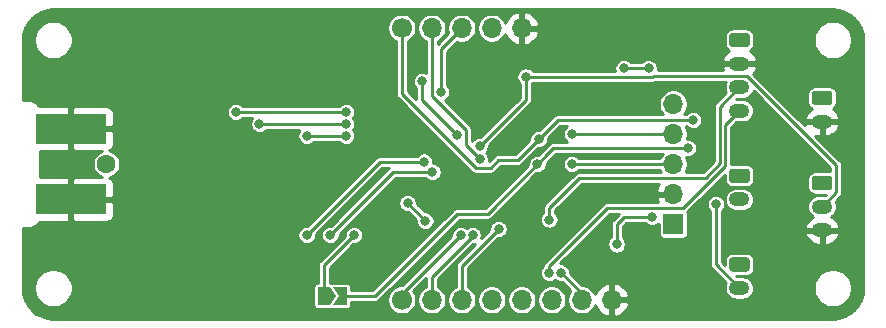
<source format=gbr>
%TF.GenerationSoftware,KiCad,Pcbnew,(5.1.10)-1*%
%TF.CreationDate,2021-10-14T17:03:46+02:00*%
%TF.ProjectId,LoRaProMini,4c6f5261-5072-46f4-9d69-6e692e6b6963,3.1*%
%TF.SameCoordinates,Original*%
%TF.FileFunction,Copper,L2,Bot*%
%TF.FilePolarity,Positive*%
%FSLAX46Y46*%
G04 Gerber Fmt 4.6, Leading zero omitted, Abs format (unit mm)*
G04 Created by KiCad (PCBNEW (5.1.10)-1) date 2021-10-14 17:03:46*
%MOMM*%
%LPD*%
G01*
G04 APERTURE LIST*
%TA.AperFunction,SMDPad,CuDef*%
%ADD10C,0.100000*%
%TD*%
%TA.AperFunction,ComponentPad*%
%ADD11O,1.750000X1.200000*%
%TD*%
%TA.AperFunction,ComponentPad*%
%ADD12O,1.700000X1.700000*%
%TD*%
%TA.AperFunction,ComponentPad*%
%ADD13C,1.700000*%
%TD*%
%TA.AperFunction,ComponentPad*%
%ADD14R,1.700000X1.700000*%
%TD*%
%TA.AperFunction,ComponentPad*%
%ADD15C,1.600000*%
%TD*%
%TA.AperFunction,SMDPad,CuDef*%
%ADD16R,6.000000X2.500000*%
%TD*%
%TA.AperFunction,ViaPad*%
%ADD17C,0.800000*%
%TD*%
%TA.AperFunction,Conductor*%
%ADD18C,0.250000*%
%TD*%
%TA.AperFunction,Conductor*%
%ADD19C,0.254000*%
%TD*%
%TA.AperFunction,Conductor*%
%ADD20C,0.100000*%
%TD*%
G04 APERTURE END LIST*
%TA.AperFunction,SMDPad,CuDef*%
D10*
%TO.P,JP1,1*%
%TO.N,Net-(JP1-Pad1)*%
G36*
X125840000Y-101870000D02*
G01*
X125340000Y-102620000D01*
X124340000Y-102620000D01*
X124340000Y-101120000D01*
X125340000Y-101120000D01*
X125840000Y-101870000D01*
G37*
%TD.AperFunction*%
%TA.AperFunction,SMDPad,CuDef*%
%TO.P,JP1,2*%
%TO.N,MCU_D2_LORA_DIO2*%
G36*
X126790000Y-102620000D02*
G01*
X125640000Y-102620000D01*
X126140000Y-101870000D01*
X125640000Y-101120000D01*
X126790000Y-101120000D01*
X126790000Y-102620000D01*
G37*
%TD.AperFunction*%
%TD*%
D11*
%TO.P,J1,2*%
%TO.N,GND*%
X167040000Y-87090000D03*
%TO.P,J1,1*%
%TO.N,+BATT*%
%TA.AperFunction,ComponentPad*%
G36*
G01*
X166414999Y-84490000D02*
X167665001Y-84490000D01*
G75*
G02*
X167915000Y-84739999I0J-249999D01*
G01*
X167915000Y-85440001D01*
G75*
G02*
X167665001Y-85690000I-249999J0D01*
G01*
X166414999Y-85690000D01*
G75*
G02*
X166165000Y-85440001I0J249999D01*
G01*
X166165000Y-84739999D01*
G75*
G02*
X166414999Y-84490000I249999J0D01*
G01*
G37*
%TD.AperFunction*%
%TD*%
%TO.P,J7,1*%
%TO.N,+3V3*%
%TA.AperFunction,ComponentPad*%
G36*
G01*
X159414999Y-98590000D02*
X160665001Y-98590000D01*
G75*
G02*
X160915000Y-98839999I0J-249999D01*
G01*
X160915000Y-99540001D01*
G75*
G02*
X160665001Y-99790000I-249999J0D01*
G01*
X159414999Y-99790000D01*
G75*
G02*
X159165000Y-99540001I0J249999D01*
G01*
X159165000Y-98839999D01*
G75*
G02*
X159414999Y-98590000I249999J0D01*
G01*
G37*
%TD.AperFunction*%
%TO.P,J7,2*%
%TO.N,MCU_D2_LORA_DIO2*%
X160040000Y-101190000D03*
%TD*%
D12*
%TO.P,J5,5*%
%TO.N,GND*%
X141600000Y-79190000D03*
%TO.P,J5,4*%
%TO.N,+3V3*%
X139060000Y-79190000D03*
%TO.P,J5,3*%
%TO.N,MCU_D5*%
X136520000Y-79190000D03*
%TO.P,J5,2*%
%TO.N,MCU_D4*%
X133980000Y-79190000D03*
D13*
%TO.P,J5,1*%
%TO.N,MCU_D3*%
X131440000Y-79190000D03*
%TD*%
D12*
%TO.P,J6,8*%
%TO.N,GND*%
X149220000Y-102190000D03*
%TO.P,J6,7*%
%TO.N,+3V3*%
X146680000Y-102190000D03*
%TO.P,J6,6*%
%TO.N,MCU_RST*%
X144140000Y-102190000D03*
%TO.P,J6,5*%
%TO.N,MCU_A7*%
X141600000Y-102190000D03*
%TO.P,J6,4*%
%TO.N,MCU_A6*%
X139060000Y-102190000D03*
%TO.P,J6,3*%
%TO.N,MCU_A3*%
X136520000Y-102190000D03*
%TO.P,J6,2*%
%TO.N,MCU_A2*%
X133980000Y-102190000D03*
D13*
%TO.P,J6,1*%
%TO.N,MCU_A1*%
X131440000Y-102190000D03*
%TD*%
D11*
%TO.P,J8,2*%
%TO.N,MCU_D3*%
X160040000Y-93690000D03*
%TO.P,J8,1*%
%TO.N,+3V3*%
%TA.AperFunction,ComponentPad*%
G36*
G01*
X159414999Y-91090000D02*
X160665001Y-91090000D01*
G75*
G02*
X160915000Y-91339999I0J-249999D01*
G01*
X160915000Y-92040001D01*
G75*
G02*
X160665001Y-92290000I-249999J0D01*
G01*
X159414999Y-92290000D01*
G75*
G02*
X159165000Y-92040001I0J249999D01*
G01*
X159165000Y-91339999D01*
G75*
G02*
X159414999Y-91090000I249999J0D01*
G01*
G37*
%TD.AperFunction*%
%TD*%
D12*
%TO.P,J4,5*%
%TO.N,MCU_RST*%
X154440000Y-85610000D03*
%TO.P,J4,4*%
%TO.N,MCU_TXD*%
X154440000Y-88150000D03*
%TO.P,J4,3*%
%TO.N,MCU_RXD*%
X154440000Y-90690000D03*
%TO.P,J4,2*%
%TO.N,GND*%
X154440000Y-93230000D03*
D14*
%TO.P,J4,1*%
%TO.N,+3V3*%
X154440000Y-95770000D03*
%TD*%
D15*
%TO.P,AE1,1*%
%TO.N,Net-(AE1-Pad1)*%
X106449000Y-90690000D03*
D16*
%TO.P,AE1,2*%
%TO.N,GND*%
X103440000Y-93692000D03*
X103440000Y-87692000D03*
%TD*%
D11*
%TO.P,J3,4*%
%TO.N,MCU_SDA*%
X160040000Y-86190000D03*
%TO.P,J3,3*%
%TO.N,MCU_SCL*%
X160040000Y-84190000D03*
%TO.P,J3,2*%
%TO.N,GND*%
X160040000Y-82190000D03*
%TO.P,J3,1*%
%TO.N,+3V3*%
%TA.AperFunction,ComponentPad*%
G36*
G01*
X159414999Y-79590000D02*
X160665001Y-79590000D01*
G75*
G02*
X160915000Y-79839999I0J-249999D01*
G01*
X160915000Y-80540001D01*
G75*
G02*
X160665001Y-80790000I-249999J0D01*
G01*
X159414999Y-80790000D01*
G75*
G02*
X159165000Y-80540001I0J249999D01*
G01*
X159165000Y-79839999D01*
G75*
G02*
X159414999Y-79590000I249999J0D01*
G01*
G37*
%TD.AperFunction*%
%TD*%
%TO.P,J2,3*%
%TO.N,GND*%
X167040000Y-96290000D03*
%TO.P,J2,2*%
%TO.N,1-WIRE*%
X167040000Y-94290000D03*
%TO.P,J2,1*%
%TO.N,+3V3*%
%TA.AperFunction,ComponentPad*%
G36*
G01*
X166414999Y-91690000D02*
X167665001Y-91690000D01*
G75*
G02*
X167915000Y-91939999I0J-249999D01*
G01*
X167915000Y-92640001D01*
G75*
G02*
X167665001Y-92890000I-249999J0D01*
G01*
X166414999Y-92890000D01*
G75*
G02*
X166165000Y-92640001I0J249999D01*
G01*
X166165000Y-91939999D01*
G75*
G02*
X166414999Y-91690000I249999J0D01*
G01*
G37*
%TD.AperFunction*%
%TD*%
D17*
%TO.N,GND*%
X133240000Y-82470000D03*
X156640000Y-102590000D03*
X160040000Y-96490000D03*
X149940000Y-85990000D03*
X113399000Y-84690000D03*
X157340000Y-81390000D03*
X137440000Y-84690000D03*
X140140000Y-82590000D03*
X140140000Y-97690000D03*
X137740000Y-100990000D03*
X127340000Y-84690000D03*
X152640000Y-85290000D03*
X129940000Y-80690000D03*
X149940000Y-84190000D03*
X148240000Y-80070000D03*
X135240000Y-93070000D03*
X137740000Y-92470000D03*
X132740000Y-80770000D03*
X160040000Y-88970000D03*
X137840000Y-87670000D03*
X140340000Y-100970000D03*
X142840000Y-100970000D03*
X147240000Y-100370000D03*
X107440000Y-89470000D03*
X108440000Y-89470000D03*
X109340000Y-89570000D03*
X110340000Y-89770000D03*
X111240000Y-90170000D03*
X112040000Y-90670000D03*
X112840000Y-91370000D03*
X113440000Y-92070000D03*
X113940000Y-92870000D03*
X114340000Y-93770000D03*
X114540000Y-94770000D03*
X114640000Y-95670000D03*
X114640000Y-96670000D03*
X107440000Y-91970000D03*
X108340000Y-91970000D03*
X109240000Y-92070000D03*
X110140000Y-92370000D03*
X110940000Y-92870000D03*
X111540000Y-93570000D03*
X111940000Y-94370000D03*
X112140000Y-95270000D03*
X112140000Y-97070000D03*
X112140000Y-97970000D03*
X112140000Y-98870000D03*
X112140000Y-99770000D03*
X112840000Y-100470000D03*
X113740000Y-100470000D03*
X112140000Y-96170000D03*
X103440000Y-85470000D03*
X103440000Y-95870000D03*
X156440000Y-85590000D03*
%TO.N,+3V3*%
X144940000Y-99890000D03*
%TO.N,+BATT*%
X152340000Y-82590000D03*
X150240000Y-82590000D03*
%TO.N,1-WIRE*%
X141940000Y-83290000D03*
X138040000Y-89170000D03*
%TO.N,MCU_SDA*%
X143940000Y-99890000D03*
%TO.N,MCU_SCL*%
X143940000Y-95390000D03*
%TO.N,LORA_DIO1*%
X125399000Y-96690000D03*
X134040000Y-91370000D03*
%TO.N,LORA_DIO0*%
X123399000Y-96690000D03*
X133340000Y-90490000D03*
%TO.N,LORA_RST*%
X126740000Y-86290000D03*
X117399000Y-86290000D03*
%TO.N,SPI_CS_LORA*%
X126740000Y-87290000D03*
X119399000Y-87290000D03*
%TO.N,SPI_MOSI*%
X126740000Y-88290000D03*
X123399000Y-88290000D03*
%TO.N,MCU_D5*%
X134740000Y-84590000D03*
%TO.N,MCU_D4*%
X138040000Y-90270000D03*
%TO.N,MCU_D3*%
X156124999Y-86974999D03*
X143040000Y-88570000D03*
%TO.N,MCU_A6*%
X131940000Y-93990000D03*
X133440000Y-95490000D03*
%TO.N,MCU_A3*%
X139640000Y-96190000D03*
%TO.N,MCU_A2*%
X137440000Y-96690000D03*
%TO.N,MCU_A1*%
X136440000Y-96690000D03*
%TO.N,MCU_A0_BAT*%
X133140000Y-83690000D03*
X136140000Y-88270000D03*
%TO.N,MCU_RST*%
X152640000Y-95190000D03*
X149640000Y-97490000D03*
%TO.N,MCU_TXD*%
X145840000Y-88150000D03*
%TO.N,MCU_RXD*%
X145840000Y-90690000D03*
%TO.N,MCU_D2_LORA_DIO2*%
X142940000Y-90690000D03*
X155675001Y-89325001D03*
X158040000Y-94090000D03*
%TO.N,Net-(JP1-Pad1)*%
X127399000Y-96690000D03*
%TD*%
D18*
%TO.N,+3V3*%
X146680000Y-101630000D02*
X146680000Y-102190000D01*
X144940000Y-99890000D02*
X146680000Y-101630000D01*
%TO.N,+BATT*%
X150240000Y-82590000D02*
X152340000Y-82590000D01*
%TO.N,1-WIRE*%
X168240010Y-93089990D02*
X167040000Y-94290000D01*
X168240000Y-90790000D02*
X168240000Y-93073141D01*
X160698151Y-83264990D02*
X168240010Y-90806849D01*
X141965001Y-83315001D02*
X141940000Y-83290000D01*
X152688001Y-83315001D02*
X141965001Y-83315001D01*
X152738012Y-83264990D02*
X152688001Y-83315001D01*
X160698151Y-83264990D02*
X152738012Y-83264990D01*
X141940000Y-85270000D02*
X141940000Y-83290000D01*
X141940000Y-85070000D02*
X141940000Y-83290000D01*
X138040000Y-89170000D02*
X141940000Y-85270000D01*
%TO.N,MCU_SDA*%
X143940000Y-99324315D02*
X143940000Y-99890000D01*
X148859314Y-94405001D02*
X143940000Y-99324315D01*
X155261409Y-94405001D02*
X148859314Y-94405001D01*
X158839989Y-90826421D02*
X155261409Y-94405001D01*
X158839990Y-87390010D02*
X158839989Y-90826421D01*
X160040000Y-86190000D02*
X158839990Y-87390010D01*
%TO.N,MCU_SCL*%
X158389980Y-85840020D02*
X160040000Y-84190000D01*
X146464999Y-91865001D02*
X157164999Y-91865001D01*
X143940000Y-95390000D02*
X143940000Y-94390000D01*
X158389980Y-90640020D02*
X158389980Y-88339980D01*
X143940000Y-94390000D02*
X146464999Y-91865001D01*
X158389980Y-88339980D02*
X158389980Y-85840020D01*
X157164999Y-91865001D02*
X158389980Y-90640020D01*
X158389980Y-88479022D02*
X158389980Y-88339980D01*
%TO.N,LORA_DIO1*%
X130719000Y-91370000D02*
X130479500Y-91609500D01*
X134040000Y-91370000D02*
X130719000Y-91370000D01*
X130479500Y-91609500D02*
X125399000Y-96690000D01*
X130599000Y-91490000D02*
X130479500Y-91609500D01*
%TO.N,LORA_DIO0*%
X129599000Y-90490000D02*
X133340000Y-90490000D01*
X123399000Y-96690000D02*
X129599000Y-90490000D01*
%TO.N,LORA_RST*%
X126740000Y-86290000D02*
X117399000Y-86290000D01*
%TO.N,SPI_CS_LORA*%
X126740000Y-87290000D02*
X119399000Y-87290000D01*
%TO.N,SPI_MOSI*%
X126740000Y-88290000D02*
X123399000Y-88290000D01*
%TO.N,MCU_D5*%
X134740000Y-80970000D02*
X136520000Y-79190000D01*
X134740000Y-84590000D02*
X134740000Y-80970000D01*
%TO.N,MCU_D4*%
X133980000Y-84903002D02*
X133980000Y-79190000D01*
X133980000Y-84903002D02*
X134026004Y-84903002D01*
X133980000Y-84903002D02*
X136865001Y-87788003D01*
X136865001Y-87788003D02*
X136865001Y-89095001D01*
X136865001Y-89095001D02*
X138040000Y-90270000D01*
%TO.N,MCU_D3*%
X156124999Y-86974999D02*
X156124999Y-86974999D01*
X137691999Y-90995001D02*
X131440000Y-84743002D01*
X138988001Y-90995001D02*
X137691999Y-90995001D01*
X131440000Y-84743002D02*
X131440000Y-79190000D01*
X139638003Y-90344999D02*
X138988001Y-90995001D01*
X141265001Y-90344999D02*
X139638003Y-90344999D01*
X143040000Y-88570000D02*
X141265001Y-90344999D01*
X144635001Y-86974999D02*
X143040000Y-88570000D01*
X156124999Y-86974999D02*
X144635001Y-86974999D01*
%TO.N,MCU_A6*%
X133440000Y-95490000D02*
X131940000Y-93990000D01*
%TO.N,MCU_A3*%
X136520000Y-99310000D02*
X139640000Y-96190000D01*
X136520000Y-102190000D02*
X136520000Y-99310000D01*
%TO.N,MCU_A2*%
X133980000Y-102190000D02*
X133980000Y-100223002D01*
X137440000Y-96763002D02*
X137440000Y-96690000D01*
X133980000Y-100223002D02*
X137440000Y-96763002D01*
%TO.N,MCU_A1*%
X131440000Y-101690000D02*
X131440000Y-102190000D01*
X136440000Y-96690000D02*
X131440000Y-101690000D01*
%TO.N,MCU_A0_BAT*%
X133140000Y-85270000D02*
X136140000Y-88270000D01*
X133140000Y-83690000D02*
X133140000Y-85270000D01*
%TO.N,MCU_RST*%
X149640000Y-97290000D02*
X149640000Y-97490000D01*
X149640000Y-95790000D02*
X149640000Y-97490000D01*
X150240000Y-95190000D02*
X149640000Y-95790000D01*
X152640000Y-95190000D02*
X150240000Y-95190000D01*
%TO.N,MCU_TXD*%
X145840000Y-88150000D02*
X154440000Y-88150000D01*
%TO.N,MCU_RXD*%
X145840000Y-90690000D02*
X154440000Y-90690000D01*
%TO.N,MCU_D2_LORA_DIO2*%
X155675001Y-89325001D02*
X155675001Y-89325001D01*
X158040000Y-99190000D02*
X160040000Y-101190000D01*
X158040000Y-94090000D02*
X158040000Y-99190000D01*
X128133002Y-101870000D02*
X126290000Y-101870000D01*
X129160000Y-101870000D02*
X128133002Y-101870000D01*
X138714999Y-94895001D02*
X136134999Y-94895001D01*
X136134999Y-94895001D02*
X129160000Y-101870000D01*
X144284999Y-89325001D02*
X138714999Y-94895001D01*
X155675001Y-89325001D02*
X144284999Y-89325001D01*
%TO.N,Net-(JP1-Pad1)*%
X124840000Y-99249000D02*
X127399000Y-96690000D01*
X124840000Y-101870000D02*
X124840000Y-99249000D01*
%TD*%
D19*
%TO.N,GND*%
X168433463Y-77647312D02*
X168917756Y-77793529D01*
X169364422Y-78031025D01*
X169756450Y-78350755D01*
X170078907Y-78740539D01*
X170319518Y-79185540D01*
X170469111Y-79668796D01*
X170524000Y-80191029D01*
X170524001Y-101170136D01*
X170472688Y-101693464D01*
X170326472Y-102177756D01*
X170088975Y-102624422D01*
X169769245Y-103016450D01*
X169379458Y-103338910D01*
X168934460Y-103579518D01*
X168451205Y-103729111D01*
X167928968Y-103784000D01*
X101959866Y-103782001D01*
X101436536Y-103730688D01*
X100952244Y-103584472D01*
X100505578Y-103346975D01*
X100113550Y-103027245D01*
X99791090Y-102637458D01*
X99550482Y-102192460D01*
X99400889Y-101709205D01*
X99346000Y-101186971D01*
X99346000Y-101029360D01*
X100309000Y-101029360D01*
X100309000Y-101350640D01*
X100371678Y-101665745D01*
X100494626Y-101962568D01*
X100673119Y-102229702D01*
X100900298Y-102456881D01*
X101167432Y-102635374D01*
X101464255Y-102758322D01*
X101779360Y-102821000D01*
X102100640Y-102821000D01*
X102415745Y-102758322D01*
X102712568Y-102635374D01*
X102979702Y-102456881D01*
X103206881Y-102229702D01*
X103385374Y-101962568D01*
X103508322Y-101665745D01*
X103571000Y-101350640D01*
X103571000Y-101120000D01*
X123957157Y-101120000D01*
X123957157Y-102620000D01*
X123964513Y-102694689D01*
X123986299Y-102766508D01*
X124021678Y-102832696D01*
X124069289Y-102890711D01*
X124127304Y-102938322D01*
X124193492Y-102973701D01*
X124265311Y-102995487D01*
X124340000Y-103002843D01*
X125340000Y-103002843D01*
X125415082Y-102995408D01*
X125486878Y-102973547D01*
X125490037Y-102971854D01*
X125493492Y-102973701D01*
X125565311Y-102995487D01*
X125640000Y-103002843D01*
X126790000Y-103002843D01*
X126864689Y-102995487D01*
X126936508Y-102973701D01*
X127002696Y-102938322D01*
X127060711Y-102890711D01*
X127108322Y-102832696D01*
X127143701Y-102766508D01*
X127165487Y-102694689D01*
X127172843Y-102620000D01*
X127172843Y-102376000D01*
X129135154Y-102376000D01*
X129160000Y-102378447D01*
X129184846Y-102376000D01*
X129184854Y-102376000D01*
X129259193Y-102368678D01*
X129354575Y-102339745D01*
X129442479Y-102292759D01*
X129519527Y-102229527D01*
X129535376Y-102210215D01*
X129676834Y-102068757D01*
X130209000Y-102068757D01*
X130209000Y-102311243D01*
X130256307Y-102549069D01*
X130349102Y-102773097D01*
X130483820Y-102974717D01*
X130655283Y-103146180D01*
X130856903Y-103280898D01*
X131080931Y-103373693D01*
X131318757Y-103421000D01*
X131561243Y-103421000D01*
X131799069Y-103373693D01*
X132023097Y-103280898D01*
X132224717Y-103146180D01*
X132396180Y-102974717D01*
X132530898Y-102773097D01*
X132623693Y-102549069D01*
X132671000Y-102311243D01*
X132671000Y-102068757D01*
X132623693Y-101830931D01*
X132530898Y-101606903D01*
X132413855Y-101431736D01*
X133474001Y-100371590D01*
X133474001Y-101067167D01*
X133396903Y-101099102D01*
X133195283Y-101233820D01*
X133023820Y-101405283D01*
X132889102Y-101606903D01*
X132796307Y-101830931D01*
X132749000Y-102068757D01*
X132749000Y-102311243D01*
X132796307Y-102549069D01*
X132889102Y-102773097D01*
X133023820Y-102974717D01*
X133195283Y-103146180D01*
X133396903Y-103280898D01*
X133620931Y-103373693D01*
X133858757Y-103421000D01*
X134101243Y-103421000D01*
X134339069Y-103373693D01*
X134563097Y-103280898D01*
X134764717Y-103146180D01*
X134936180Y-102974717D01*
X135070898Y-102773097D01*
X135163693Y-102549069D01*
X135211000Y-102311243D01*
X135211000Y-102068757D01*
X135163693Y-101830931D01*
X135070898Y-101606903D01*
X134936180Y-101405283D01*
X134764717Y-101233820D01*
X134563097Y-101099102D01*
X134486000Y-101067168D01*
X134486000Y-100432593D01*
X137447594Y-97471000D01*
X137516922Y-97471000D01*
X137667809Y-97440987D01*
X137677390Y-97437018D01*
X136179781Y-98934628D01*
X136160474Y-98950473D01*
X136097242Y-99027521D01*
X136082861Y-99054426D01*
X136050255Y-99115426D01*
X136021322Y-99210808D01*
X136011553Y-99310000D01*
X136014001Y-99334856D01*
X136014000Y-101067167D01*
X135936903Y-101099102D01*
X135735283Y-101233820D01*
X135563820Y-101405283D01*
X135429102Y-101606903D01*
X135336307Y-101830931D01*
X135289000Y-102068757D01*
X135289000Y-102311243D01*
X135336307Y-102549069D01*
X135429102Y-102773097D01*
X135563820Y-102974717D01*
X135735283Y-103146180D01*
X135936903Y-103280898D01*
X136160931Y-103373693D01*
X136398757Y-103421000D01*
X136641243Y-103421000D01*
X136879069Y-103373693D01*
X137103097Y-103280898D01*
X137304717Y-103146180D01*
X137476180Y-102974717D01*
X137610898Y-102773097D01*
X137703693Y-102549069D01*
X137751000Y-102311243D01*
X137751000Y-102068757D01*
X137829000Y-102068757D01*
X137829000Y-102311243D01*
X137876307Y-102549069D01*
X137969102Y-102773097D01*
X138103820Y-102974717D01*
X138275283Y-103146180D01*
X138476903Y-103280898D01*
X138700931Y-103373693D01*
X138938757Y-103421000D01*
X139181243Y-103421000D01*
X139419069Y-103373693D01*
X139643097Y-103280898D01*
X139844717Y-103146180D01*
X140016180Y-102974717D01*
X140150898Y-102773097D01*
X140243693Y-102549069D01*
X140291000Y-102311243D01*
X140291000Y-102068757D01*
X140369000Y-102068757D01*
X140369000Y-102311243D01*
X140416307Y-102549069D01*
X140509102Y-102773097D01*
X140643820Y-102974717D01*
X140815283Y-103146180D01*
X141016903Y-103280898D01*
X141240931Y-103373693D01*
X141478757Y-103421000D01*
X141721243Y-103421000D01*
X141959069Y-103373693D01*
X142183097Y-103280898D01*
X142384717Y-103146180D01*
X142556180Y-102974717D01*
X142690898Y-102773097D01*
X142783693Y-102549069D01*
X142831000Y-102311243D01*
X142831000Y-102068757D01*
X142909000Y-102068757D01*
X142909000Y-102311243D01*
X142956307Y-102549069D01*
X143049102Y-102773097D01*
X143183820Y-102974717D01*
X143355283Y-103146180D01*
X143556903Y-103280898D01*
X143780931Y-103373693D01*
X144018757Y-103421000D01*
X144261243Y-103421000D01*
X144499069Y-103373693D01*
X144723097Y-103280898D01*
X144924717Y-103146180D01*
X145096180Y-102974717D01*
X145230898Y-102773097D01*
X145323693Y-102549069D01*
X145371000Y-102311243D01*
X145371000Y-102068757D01*
X145323693Y-101830931D01*
X145230898Y-101606903D01*
X145096180Y-101405283D01*
X144924717Y-101233820D01*
X144723097Y-101099102D01*
X144499069Y-101006307D01*
X144261243Y-100959000D01*
X144018757Y-100959000D01*
X143780931Y-101006307D01*
X143556903Y-101099102D01*
X143355283Y-101233820D01*
X143183820Y-101405283D01*
X143049102Y-101606903D01*
X142956307Y-101830931D01*
X142909000Y-102068757D01*
X142831000Y-102068757D01*
X142783693Y-101830931D01*
X142690898Y-101606903D01*
X142556180Y-101405283D01*
X142384717Y-101233820D01*
X142183097Y-101099102D01*
X141959069Y-101006307D01*
X141721243Y-100959000D01*
X141478757Y-100959000D01*
X141240931Y-101006307D01*
X141016903Y-101099102D01*
X140815283Y-101233820D01*
X140643820Y-101405283D01*
X140509102Y-101606903D01*
X140416307Y-101830931D01*
X140369000Y-102068757D01*
X140291000Y-102068757D01*
X140243693Y-101830931D01*
X140150898Y-101606903D01*
X140016180Y-101405283D01*
X139844717Y-101233820D01*
X139643097Y-101099102D01*
X139419069Y-101006307D01*
X139181243Y-100959000D01*
X138938757Y-100959000D01*
X138700931Y-101006307D01*
X138476903Y-101099102D01*
X138275283Y-101233820D01*
X138103820Y-101405283D01*
X137969102Y-101606903D01*
X137876307Y-101830931D01*
X137829000Y-102068757D01*
X137751000Y-102068757D01*
X137703693Y-101830931D01*
X137610898Y-101606903D01*
X137476180Y-101405283D01*
X137304717Y-101233820D01*
X137103097Y-101099102D01*
X137026000Y-101067168D01*
X137026000Y-99519591D01*
X139574592Y-96971000D01*
X139716922Y-96971000D01*
X139867809Y-96940987D01*
X140009942Y-96882113D01*
X140137859Y-96796642D01*
X140246642Y-96687859D01*
X140332113Y-96559942D01*
X140390987Y-96417809D01*
X140421000Y-96266922D01*
X140421000Y-96113078D01*
X140390987Y-95962191D01*
X140332113Y-95820058D01*
X140246642Y-95692141D01*
X140137859Y-95583358D01*
X140009942Y-95497887D01*
X139867809Y-95439013D01*
X139716922Y-95409000D01*
X139563078Y-95409000D01*
X139412191Y-95439013D01*
X139270058Y-95497887D01*
X139142141Y-95583358D01*
X139033358Y-95692141D01*
X138947887Y-95820058D01*
X138889013Y-95962191D01*
X138859000Y-96113078D01*
X138859000Y-96255408D01*
X138187018Y-96927390D01*
X138190987Y-96917809D01*
X138221000Y-96766922D01*
X138221000Y-96613078D01*
X138190987Y-96462191D01*
X138132113Y-96320058D01*
X138046642Y-96192141D01*
X137937859Y-96083358D01*
X137809942Y-95997887D01*
X137667809Y-95939013D01*
X137516922Y-95909000D01*
X137363078Y-95909000D01*
X137212191Y-95939013D01*
X137070058Y-95997887D01*
X136942141Y-96083358D01*
X136940000Y-96085499D01*
X136937859Y-96083358D01*
X136809942Y-95997887D01*
X136667809Y-95939013D01*
X136516922Y-95909000D01*
X136363078Y-95909000D01*
X136212191Y-95939013D01*
X136070058Y-95997887D01*
X135942141Y-96083358D01*
X135833358Y-96192141D01*
X135747887Y-96320058D01*
X135689013Y-96462191D01*
X135659000Y-96613078D01*
X135659000Y-96755408D01*
X131455409Y-100959000D01*
X131318757Y-100959000D01*
X131080931Y-101006307D01*
X130856903Y-101099102D01*
X130655283Y-101233820D01*
X130483820Y-101405283D01*
X130349102Y-101606903D01*
X130256307Y-101830931D01*
X130209000Y-102068757D01*
X129676834Y-102068757D01*
X136344591Y-95401001D01*
X138690153Y-95401001D01*
X138714999Y-95403448D01*
X138739845Y-95401001D01*
X138739853Y-95401001D01*
X138814192Y-95393679D01*
X138909574Y-95364746D01*
X138997478Y-95317760D01*
X139074526Y-95254528D01*
X139090375Y-95235216D01*
X142856000Y-91469592D01*
X142863078Y-91471000D01*
X143016922Y-91471000D01*
X143167809Y-91440987D01*
X143309942Y-91382113D01*
X143437859Y-91296642D01*
X143546642Y-91187859D01*
X143632113Y-91059942D01*
X143690987Y-90917809D01*
X143721000Y-90766922D01*
X143721000Y-90613078D01*
X143719592Y-90606000D01*
X144494591Y-89831001D01*
X153558102Y-89831001D01*
X153483820Y-89905283D01*
X153349102Y-90106903D01*
X153317168Y-90184000D01*
X146438501Y-90184000D01*
X146337859Y-90083358D01*
X146209942Y-89997887D01*
X146067809Y-89939013D01*
X145916922Y-89909000D01*
X145763078Y-89909000D01*
X145612191Y-89939013D01*
X145470058Y-89997887D01*
X145342141Y-90083358D01*
X145233358Y-90192141D01*
X145147887Y-90320058D01*
X145089013Y-90462191D01*
X145059000Y-90613078D01*
X145059000Y-90766922D01*
X145089013Y-90917809D01*
X145147887Y-91059942D01*
X145233358Y-91187859D01*
X145342141Y-91296642D01*
X145470058Y-91382113D01*
X145612191Y-91440987D01*
X145763078Y-91471000D01*
X145916922Y-91471000D01*
X146067809Y-91440987D01*
X146209942Y-91382113D01*
X146337859Y-91296642D01*
X146438501Y-91196000D01*
X153317168Y-91196000D01*
X153349102Y-91273097D01*
X153406501Y-91359001D01*
X146489853Y-91359001D01*
X146464999Y-91356553D01*
X146440145Y-91359001D01*
X146365806Y-91366323D01*
X146270424Y-91395256D01*
X146182520Y-91442242D01*
X146105472Y-91505474D01*
X146089628Y-91524780D01*
X143599781Y-94014628D01*
X143580474Y-94030473D01*
X143517242Y-94107521D01*
X143492127Y-94154508D01*
X143470255Y-94195426D01*
X143441322Y-94290808D01*
X143431553Y-94390000D01*
X143434001Y-94414856D01*
X143434001Y-94791498D01*
X143333358Y-94892141D01*
X143247887Y-95020058D01*
X143189013Y-95162191D01*
X143159000Y-95313078D01*
X143159000Y-95466922D01*
X143189013Y-95617809D01*
X143247887Y-95759942D01*
X143333358Y-95887859D01*
X143442141Y-95996642D01*
X143570058Y-96082113D01*
X143712191Y-96140987D01*
X143863078Y-96171000D01*
X144016922Y-96171000D01*
X144167809Y-96140987D01*
X144309942Y-96082113D01*
X144437859Y-95996642D01*
X144546642Y-95887859D01*
X144632113Y-95759942D01*
X144690987Y-95617809D01*
X144721000Y-95466922D01*
X144721000Y-95313078D01*
X144690987Y-95162191D01*
X144632113Y-95020058D01*
X144546642Y-94892141D01*
X144446000Y-94791499D01*
X144446000Y-94599591D01*
X146674591Y-92371001D01*
X153237040Y-92371001D01*
X153168359Y-92463080D01*
X153043175Y-92725901D01*
X152998524Y-92873110D01*
X153119845Y-93103000D01*
X154313000Y-93103000D01*
X154313000Y-93083000D01*
X154567000Y-93083000D01*
X154567000Y-93103000D01*
X154587000Y-93103000D01*
X154587000Y-93357000D01*
X154567000Y-93357000D01*
X154567000Y-93377000D01*
X154313000Y-93377000D01*
X154313000Y-93357000D01*
X153119845Y-93357000D01*
X152998524Y-93586890D01*
X153043175Y-93734099D01*
X153121719Y-93899001D01*
X148884168Y-93899001D01*
X148859314Y-93896553D01*
X148834460Y-93899001D01*
X148760121Y-93906323D01*
X148664739Y-93935256D01*
X148576835Y-93982242D01*
X148499787Y-94045474D01*
X148483943Y-94064780D01*
X143599785Y-98948939D01*
X143580473Y-98964788D01*
X143517241Y-99041836D01*
X143470255Y-99129741D01*
X143441322Y-99225123D01*
X143434870Y-99290629D01*
X143333358Y-99392141D01*
X143247887Y-99520058D01*
X143189013Y-99662191D01*
X143159000Y-99813078D01*
X143159000Y-99966922D01*
X143189013Y-100117809D01*
X143247887Y-100259942D01*
X143333358Y-100387859D01*
X143442141Y-100496642D01*
X143570058Y-100582113D01*
X143712191Y-100640987D01*
X143863078Y-100671000D01*
X144016922Y-100671000D01*
X144167809Y-100640987D01*
X144309942Y-100582113D01*
X144437859Y-100496642D01*
X144440000Y-100494501D01*
X144442141Y-100496642D01*
X144570058Y-100582113D01*
X144712191Y-100640987D01*
X144863078Y-100671000D01*
X145005409Y-100671000D01*
X145731756Y-101397347D01*
X145723820Y-101405283D01*
X145589102Y-101606903D01*
X145496307Y-101830931D01*
X145449000Y-102068757D01*
X145449000Y-102311243D01*
X145496307Y-102549069D01*
X145589102Y-102773097D01*
X145723820Y-102974717D01*
X145895283Y-103146180D01*
X146096903Y-103280898D01*
X146320931Y-103373693D01*
X146558757Y-103421000D01*
X146801243Y-103421000D01*
X147039069Y-103373693D01*
X147263097Y-103280898D01*
X147464717Y-103146180D01*
X147636180Y-102974717D01*
X147770898Y-102773097D01*
X147818228Y-102658832D01*
X147875843Y-102821252D01*
X148024822Y-103071355D01*
X148219731Y-103287588D01*
X148453080Y-103461641D01*
X148715901Y-103586825D01*
X148863110Y-103631476D01*
X149093000Y-103510155D01*
X149093000Y-102317000D01*
X149347000Y-102317000D01*
X149347000Y-103510155D01*
X149576890Y-103631476D01*
X149724099Y-103586825D01*
X149986920Y-103461641D01*
X150220269Y-103287588D01*
X150415178Y-103071355D01*
X150564157Y-102821252D01*
X150661481Y-102546891D01*
X150540814Y-102317000D01*
X149347000Y-102317000D01*
X149093000Y-102317000D01*
X149073000Y-102317000D01*
X149073000Y-102063000D01*
X149093000Y-102063000D01*
X149093000Y-100869845D01*
X149347000Y-100869845D01*
X149347000Y-102063000D01*
X150540814Y-102063000D01*
X150661481Y-101833109D01*
X150564157Y-101558748D01*
X150415178Y-101308645D01*
X150220269Y-101092412D01*
X149986920Y-100918359D01*
X149724099Y-100793175D01*
X149576890Y-100748524D01*
X149347000Y-100869845D01*
X149093000Y-100869845D01*
X148863110Y-100748524D01*
X148715901Y-100793175D01*
X148453080Y-100918359D01*
X148219731Y-101092412D01*
X148024822Y-101308645D01*
X147875843Y-101558748D01*
X147818228Y-101721168D01*
X147770898Y-101606903D01*
X147636180Y-101405283D01*
X147464717Y-101233820D01*
X147263097Y-101099102D01*
X147039069Y-101006307D01*
X146801243Y-100959000D01*
X146724592Y-100959000D01*
X145721000Y-99955409D01*
X145721000Y-99813078D01*
X145690987Y-99662191D01*
X145632113Y-99520058D01*
X145546642Y-99392141D01*
X145437859Y-99283358D01*
X145309942Y-99197887D01*
X145167809Y-99139013D01*
X145016922Y-99109000D01*
X144870906Y-99109000D01*
X149068906Y-94911001D01*
X149803407Y-94911001D01*
X149299785Y-95414624D01*
X149280473Y-95430473D01*
X149217241Y-95507521D01*
X149170255Y-95595426D01*
X149141322Y-95690808D01*
X149134000Y-95765147D01*
X149134000Y-95765154D01*
X149131553Y-95790000D01*
X149134000Y-95814847D01*
X149134001Y-96891498D01*
X149033358Y-96992141D01*
X148947887Y-97120058D01*
X148889013Y-97262191D01*
X148859000Y-97413078D01*
X148859000Y-97566922D01*
X148889013Y-97717809D01*
X148947887Y-97859942D01*
X149033358Y-97987859D01*
X149142141Y-98096642D01*
X149270058Y-98182113D01*
X149412191Y-98240987D01*
X149563078Y-98271000D01*
X149716922Y-98271000D01*
X149867809Y-98240987D01*
X150009942Y-98182113D01*
X150137859Y-98096642D01*
X150246642Y-97987859D01*
X150332113Y-97859942D01*
X150390987Y-97717809D01*
X150421000Y-97566922D01*
X150421000Y-97413078D01*
X150390987Y-97262191D01*
X150332113Y-97120058D01*
X150246642Y-96992141D01*
X150146000Y-96891499D01*
X150146000Y-95999591D01*
X150449592Y-95696000D01*
X152041499Y-95696000D01*
X152142141Y-95796642D01*
X152270058Y-95882113D01*
X152412191Y-95940987D01*
X152563078Y-95971000D01*
X152716922Y-95971000D01*
X152867809Y-95940987D01*
X153009942Y-95882113D01*
X153137859Y-95796642D01*
X153207157Y-95727344D01*
X153207157Y-96620000D01*
X153214513Y-96694689D01*
X153236299Y-96766508D01*
X153271678Y-96832696D01*
X153319289Y-96890711D01*
X153377304Y-96938322D01*
X153443492Y-96973701D01*
X153515311Y-96995487D01*
X153590000Y-97002843D01*
X155290000Y-97002843D01*
X155364689Y-96995487D01*
X155436508Y-96973701D01*
X155502696Y-96938322D01*
X155560711Y-96890711D01*
X155608322Y-96832696D01*
X155643701Y-96766508D01*
X155665487Y-96694689D01*
X155672843Y-96620000D01*
X155672843Y-94920000D01*
X155665487Y-94845311D01*
X155643701Y-94773492D01*
X155631820Y-94751265D01*
X155636785Y-94745216D01*
X156368923Y-94013078D01*
X157259000Y-94013078D01*
X157259000Y-94166922D01*
X157289013Y-94317809D01*
X157347887Y-94459942D01*
X157433358Y-94587859D01*
X157534000Y-94688501D01*
X157534001Y-99165144D01*
X157531553Y-99190000D01*
X157541322Y-99289192D01*
X157570255Y-99384574D01*
X157570256Y-99384575D01*
X157617242Y-99472479D01*
X157680474Y-99549527D01*
X157699781Y-99565372D01*
X158886645Y-100752237D01*
X158854289Y-100812771D01*
X158798195Y-100997690D01*
X158779254Y-101190000D01*
X158798195Y-101382310D01*
X158854289Y-101567229D01*
X158945382Y-101737651D01*
X159067972Y-101887028D01*
X159217349Y-102009618D01*
X159387771Y-102100711D01*
X159572690Y-102156805D01*
X159716813Y-102171000D01*
X160363187Y-102171000D01*
X160507310Y-102156805D01*
X160692229Y-102100711D01*
X160862651Y-102009618D01*
X161012028Y-101887028D01*
X161134618Y-101737651D01*
X161225711Y-101567229D01*
X161281805Y-101382310D01*
X161300746Y-101190000D01*
X161284925Y-101029360D01*
X166309000Y-101029360D01*
X166309000Y-101350640D01*
X166371678Y-101665745D01*
X166494626Y-101962568D01*
X166673119Y-102229702D01*
X166900298Y-102456881D01*
X167167432Y-102635374D01*
X167464255Y-102758322D01*
X167779360Y-102821000D01*
X168100640Y-102821000D01*
X168415745Y-102758322D01*
X168712568Y-102635374D01*
X168979702Y-102456881D01*
X169206881Y-102229702D01*
X169385374Y-101962568D01*
X169508322Y-101665745D01*
X169571000Y-101350640D01*
X169571000Y-101029360D01*
X169508322Y-100714255D01*
X169385374Y-100417432D01*
X169206881Y-100150298D01*
X168979702Y-99923119D01*
X168712568Y-99744626D01*
X168415745Y-99621678D01*
X168100640Y-99559000D01*
X167779360Y-99559000D01*
X167464255Y-99621678D01*
X167167432Y-99744626D01*
X166900298Y-99923119D01*
X166673119Y-100150298D01*
X166494626Y-100417432D01*
X166371678Y-100714255D01*
X166309000Y-101029360D01*
X161284925Y-101029360D01*
X161281805Y-100997690D01*
X161225711Y-100812771D01*
X161134618Y-100642349D01*
X161012028Y-100492972D01*
X160862651Y-100370382D01*
X160692229Y-100279289D01*
X160507310Y-100223195D01*
X160363187Y-100209000D01*
X159774592Y-100209000D01*
X159738435Y-100172843D01*
X160665001Y-100172843D01*
X160788462Y-100160683D01*
X160907179Y-100124671D01*
X161016589Y-100066190D01*
X161112488Y-99987488D01*
X161191190Y-99891589D01*
X161249671Y-99782179D01*
X161285683Y-99663462D01*
X161297843Y-99540001D01*
X161297843Y-98839999D01*
X161285683Y-98716538D01*
X161249671Y-98597821D01*
X161191190Y-98488411D01*
X161112488Y-98392512D01*
X161016589Y-98313810D01*
X160907179Y-98255329D01*
X160788462Y-98219317D01*
X160665001Y-98207157D01*
X159414999Y-98207157D01*
X159291538Y-98219317D01*
X159172821Y-98255329D01*
X159063411Y-98313810D01*
X158967512Y-98392512D01*
X158888810Y-98488411D01*
X158830329Y-98597821D01*
X158794317Y-98716538D01*
X158782157Y-98839999D01*
X158782157Y-99216566D01*
X158546000Y-98980409D01*
X158546000Y-96607609D01*
X165571538Y-96607609D01*
X165575409Y-96645282D01*
X165667579Y-96870533D01*
X165801922Y-97073474D01*
X165973275Y-97246307D01*
X166175054Y-97382390D01*
X166399504Y-97476493D01*
X166638000Y-97525000D01*
X166913000Y-97525000D01*
X166913000Y-96417000D01*
X167167000Y-96417000D01*
X167167000Y-97525000D01*
X167442000Y-97525000D01*
X167680496Y-97476493D01*
X167904946Y-97382390D01*
X168106725Y-97246307D01*
X168278078Y-97073474D01*
X168412421Y-96870533D01*
X168504591Y-96645282D01*
X168508462Y-96607609D01*
X168383731Y-96417000D01*
X167167000Y-96417000D01*
X166913000Y-96417000D01*
X165696269Y-96417000D01*
X165571538Y-96607609D01*
X158546000Y-96607609D01*
X158546000Y-94688501D01*
X158646642Y-94587859D01*
X158732113Y-94459942D01*
X158790987Y-94317809D01*
X158821000Y-94166922D01*
X158821000Y-94013078D01*
X158790987Y-93862191D01*
X158732113Y-93720058D01*
X158712029Y-93690000D01*
X158779254Y-93690000D01*
X158798195Y-93882310D01*
X158854289Y-94067229D01*
X158945382Y-94237651D01*
X159067972Y-94387028D01*
X159217349Y-94509618D01*
X159387771Y-94600711D01*
X159572690Y-94656805D01*
X159716813Y-94671000D01*
X160363187Y-94671000D01*
X160507310Y-94656805D01*
X160692229Y-94600711D01*
X160862651Y-94509618D01*
X161012028Y-94387028D01*
X161134618Y-94237651D01*
X161225711Y-94067229D01*
X161281805Y-93882310D01*
X161300746Y-93690000D01*
X161281805Y-93497690D01*
X161225711Y-93312771D01*
X161134618Y-93142349D01*
X161012028Y-92992972D01*
X160862651Y-92870382D01*
X160692229Y-92779289D01*
X160507310Y-92723195D01*
X160363187Y-92709000D01*
X159716813Y-92709000D01*
X159572690Y-92723195D01*
X159387771Y-92779289D01*
X159217349Y-92870382D01*
X159067972Y-92992972D01*
X158945382Y-93142349D01*
X158854289Y-93312771D01*
X158798195Y-93497690D01*
X158779254Y-93690000D01*
X158712029Y-93690000D01*
X158646642Y-93592141D01*
X158537859Y-93483358D01*
X158409942Y-93397887D01*
X158267809Y-93339013D01*
X158116922Y-93309000D01*
X157963078Y-93309000D01*
X157812191Y-93339013D01*
X157670058Y-93397887D01*
X157542141Y-93483358D01*
X157433358Y-93592141D01*
X157347887Y-93720058D01*
X157289013Y-93862191D01*
X157259000Y-94013078D01*
X156368923Y-94013078D01*
X158782157Y-91599845D01*
X158782157Y-92040001D01*
X158794317Y-92163462D01*
X158830329Y-92282179D01*
X158888810Y-92391589D01*
X158967512Y-92487488D01*
X159063411Y-92566190D01*
X159172821Y-92624671D01*
X159291538Y-92660683D01*
X159414999Y-92672843D01*
X160665001Y-92672843D01*
X160788462Y-92660683D01*
X160907179Y-92624671D01*
X161016589Y-92566190D01*
X161112488Y-92487488D01*
X161191190Y-92391589D01*
X161249671Y-92282179D01*
X161285683Y-92163462D01*
X161297843Y-92040001D01*
X161297843Y-91339999D01*
X161285683Y-91216538D01*
X161249671Y-91097821D01*
X161191190Y-90988411D01*
X161112488Y-90892512D01*
X161016589Y-90813810D01*
X160907179Y-90755329D01*
X160788462Y-90719317D01*
X160665001Y-90707157D01*
X159414999Y-90707157D01*
X159345988Y-90713954D01*
X159345990Y-87599601D01*
X159774591Y-87171000D01*
X160363187Y-87171000D01*
X160507310Y-87156805D01*
X160692229Y-87100711D01*
X160862651Y-87009618D01*
X161012028Y-86887028D01*
X161134618Y-86737651D01*
X161225711Y-86567229D01*
X161281805Y-86382310D01*
X161300746Y-86190000D01*
X161281805Y-85997690D01*
X161225711Y-85812771D01*
X161134618Y-85642349D01*
X161012028Y-85492972D01*
X160862651Y-85370382D01*
X160692229Y-85279289D01*
X160507310Y-85223195D01*
X160363187Y-85209000D01*
X159736592Y-85209000D01*
X159774592Y-85171000D01*
X160363187Y-85171000D01*
X160507310Y-85156805D01*
X160692229Y-85100711D01*
X160862651Y-85009618D01*
X161012028Y-84887028D01*
X161134618Y-84737651D01*
X161225711Y-84567229D01*
X161239463Y-84521893D01*
X167734000Y-91016431D01*
X167734000Y-91313953D01*
X167665001Y-91307157D01*
X166414999Y-91307157D01*
X166291538Y-91319317D01*
X166172821Y-91355329D01*
X166063411Y-91413810D01*
X165967512Y-91492512D01*
X165888810Y-91588411D01*
X165830329Y-91697821D01*
X165794317Y-91816538D01*
X165782157Y-91939999D01*
X165782157Y-92640001D01*
X165794317Y-92763462D01*
X165830329Y-92882179D01*
X165888810Y-92991589D01*
X165967512Y-93087488D01*
X166063411Y-93166190D01*
X166172821Y-93224671D01*
X166291538Y-93260683D01*
X166414999Y-93272843D01*
X167341565Y-93272843D01*
X167305408Y-93309000D01*
X166716813Y-93309000D01*
X166572690Y-93323195D01*
X166387771Y-93379289D01*
X166217349Y-93470382D01*
X166067972Y-93592972D01*
X165945382Y-93742349D01*
X165854289Y-93912771D01*
X165798195Y-94097690D01*
X165779254Y-94290000D01*
X165798195Y-94482310D01*
X165854289Y-94667229D01*
X165945382Y-94837651D01*
X166067972Y-94987028D01*
X166217349Y-95109618D01*
X166291014Y-95148993D01*
X166175054Y-95197610D01*
X165973275Y-95333693D01*
X165801922Y-95506526D01*
X165667579Y-95709467D01*
X165575409Y-95934718D01*
X165571538Y-95972391D01*
X165696269Y-96163000D01*
X166913000Y-96163000D01*
X166913000Y-96143000D01*
X167167000Y-96143000D01*
X167167000Y-96163000D01*
X168383731Y-96163000D01*
X168508462Y-95972391D01*
X168504591Y-95934718D01*
X168412421Y-95709467D01*
X168278078Y-95506526D01*
X168106725Y-95333693D01*
X167904946Y-95197610D01*
X167788986Y-95148993D01*
X167862651Y-95109618D01*
X168012028Y-94987028D01*
X168134618Y-94837651D01*
X168225711Y-94667229D01*
X168281805Y-94482310D01*
X168300746Y-94290000D01*
X168281805Y-94097690D01*
X168225711Y-93912771D01*
X168193355Y-93852237D01*
X168615380Y-93430212D01*
X168662768Y-93372469D01*
X168709754Y-93284565D01*
X168738688Y-93189184D01*
X168748457Y-93089991D01*
X168746000Y-93065043D01*
X168746000Y-90831796D01*
X168748457Y-90806848D01*
X168746000Y-90781900D01*
X168746000Y-90765146D01*
X168738678Y-90690807D01*
X168709745Y-90595425D01*
X168662759Y-90507521D01*
X168599527Y-90430473D01*
X168522479Y-90367241D01*
X168508547Y-90359794D01*
X166431818Y-88283065D01*
X166638000Y-88325000D01*
X166913000Y-88325000D01*
X166913000Y-87217000D01*
X167167000Y-87217000D01*
X167167000Y-88325000D01*
X167442000Y-88325000D01*
X167680496Y-88276493D01*
X167904946Y-88182390D01*
X168106725Y-88046307D01*
X168278078Y-87873474D01*
X168412421Y-87670533D01*
X168504591Y-87445282D01*
X168508462Y-87407609D01*
X168383731Y-87217000D01*
X167167000Y-87217000D01*
X166913000Y-87217000D01*
X165696269Y-87217000D01*
X165571538Y-87407609D01*
X165573276Y-87424523D01*
X164921144Y-86772391D01*
X165571538Y-86772391D01*
X165696269Y-86963000D01*
X166913000Y-86963000D01*
X166913000Y-86943000D01*
X167167000Y-86943000D01*
X167167000Y-86963000D01*
X168383731Y-86963000D01*
X168508462Y-86772391D01*
X168504591Y-86734718D01*
X168412421Y-86509467D01*
X168278078Y-86306526D01*
X168106725Y-86133693D01*
X167928318Y-86013372D01*
X168016589Y-85966190D01*
X168112488Y-85887488D01*
X168191190Y-85791589D01*
X168249671Y-85682179D01*
X168285683Y-85563462D01*
X168297843Y-85440001D01*
X168297843Y-84739999D01*
X168285683Y-84616538D01*
X168249671Y-84497821D01*
X168191190Y-84388411D01*
X168112488Y-84292512D01*
X168016589Y-84213810D01*
X167907179Y-84155329D01*
X167788462Y-84119317D01*
X167665001Y-84107157D01*
X166414999Y-84107157D01*
X166291538Y-84119317D01*
X166172821Y-84155329D01*
X166063411Y-84213810D01*
X165967512Y-84292512D01*
X165888810Y-84388411D01*
X165830329Y-84497821D01*
X165794317Y-84616538D01*
X165782157Y-84739999D01*
X165782157Y-85440001D01*
X165794317Y-85563462D01*
X165830329Y-85682179D01*
X165888810Y-85791589D01*
X165967512Y-85887488D01*
X166063411Y-85966190D01*
X166151682Y-86013372D01*
X165973275Y-86133693D01*
X165801922Y-86306526D01*
X165667579Y-86509467D01*
X165575409Y-86734718D01*
X165571538Y-86772391D01*
X164921144Y-86772391D01*
X161200487Y-83051735D01*
X161278078Y-82973474D01*
X161412421Y-82770533D01*
X161504591Y-82545282D01*
X161508462Y-82507609D01*
X161383731Y-82317000D01*
X160167000Y-82317000D01*
X160167000Y-82337000D01*
X159913000Y-82337000D01*
X159913000Y-82317000D01*
X158696269Y-82317000D01*
X158571538Y-82507609D01*
X158575409Y-82545282D01*
X158662856Y-82758990D01*
X153102687Y-82758990D01*
X153121000Y-82666922D01*
X153121000Y-82513078D01*
X153090987Y-82362191D01*
X153032113Y-82220058D01*
X152946642Y-82092141D01*
X152837859Y-81983358D01*
X152709942Y-81897887D01*
X152648390Y-81872391D01*
X158571538Y-81872391D01*
X158696269Y-82063000D01*
X159913000Y-82063000D01*
X159913000Y-82043000D01*
X160167000Y-82043000D01*
X160167000Y-82063000D01*
X161383731Y-82063000D01*
X161508462Y-81872391D01*
X161504591Y-81834718D01*
X161412421Y-81609467D01*
X161278078Y-81406526D01*
X161106725Y-81233693D01*
X160928318Y-81113372D01*
X161016589Y-81066190D01*
X161112488Y-80987488D01*
X161191190Y-80891589D01*
X161249671Y-80782179D01*
X161285683Y-80663462D01*
X161297843Y-80540001D01*
X161297843Y-80029360D01*
X166309000Y-80029360D01*
X166309000Y-80350640D01*
X166371678Y-80665745D01*
X166494626Y-80962568D01*
X166673119Y-81229702D01*
X166900298Y-81456881D01*
X167167432Y-81635374D01*
X167464255Y-81758322D01*
X167779360Y-81821000D01*
X168100640Y-81821000D01*
X168415745Y-81758322D01*
X168712568Y-81635374D01*
X168979702Y-81456881D01*
X169206881Y-81229702D01*
X169385374Y-80962568D01*
X169508322Y-80665745D01*
X169571000Y-80350640D01*
X169571000Y-80029360D01*
X169508322Y-79714255D01*
X169385374Y-79417432D01*
X169206881Y-79150298D01*
X168979702Y-78923119D01*
X168712568Y-78744626D01*
X168415745Y-78621678D01*
X168100640Y-78559000D01*
X167779360Y-78559000D01*
X167464255Y-78621678D01*
X167167432Y-78744626D01*
X166900298Y-78923119D01*
X166673119Y-79150298D01*
X166494626Y-79417432D01*
X166371678Y-79714255D01*
X166309000Y-80029360D01*
X161297843Y-80029360D01*
X161297843Y-79839999D01*
X161285683Y-79716538D01*
X161249671Y-79597821D01*
X161191190Y-79488411D01*
X161112488Y-79392512D01*
X161016589Y-79313810D01*
X160907179Y-79255329D01*
X160788462Y-79219317D01*
X160665001Y-79207157D01*
X159414999Y-79207157D01*
X159291538Y-79219317D01*
X159172821Y-79255329D01*
X159063411Y-79313810D01*
X158967512Y-79392512D01*
X158888810Y-79488411D01*
X158830329Y-79597821D01*
X158794317Y-79716538D01*
X158782157Y-79839999D01*
X158782157Y-80540001D01*
X158794317Y-80663462D01*
X158830329Y-80782179D01*
X158888810Y-80891589D01*
X158967512Y-80987488D01*
X159063411Y-81066190D01*
X159151682Y-81113372D01*
X158973275Y-81233693D01*
X158801922Y-81406526D01*
X158667579Y-81609467D01*
X158575409Y-81834718D01*
X158571538Y-81872391D01*
X152648390Y-81872391D01*
X152567809Y-81839013D01*
X152416922Y-81809000D01*
X152263078Y-81809000D01*
X152112191Y-81839013D01*
X151970058Y-81897887D01*
X151842141Y-81983358D01*
X151741499Y-82084000D01*
X150838501Y-82084000D01*
X150737859Y-81983358D01*
X150609942Y-81897887D01*
X150467809Y-81839013D01*
X150316922Y-81809000D01*
X150163078Y-81809000D01*
X150012191Y-81839013D01*
X149870058Y-81897887D01*
X149742141Y-81983358D01*
X149633358Y-82092141D01*
X149547887Y-82220058D01*
X149489013Y-82362191D01*
X149459000Y-82513078D01*
X149459000Y-82666922D01*
X149487261Y-82809001D01*
X142557907Y-82809001D01*
X142546642Y-82792141D01*
X142437859Y-82683358D01*
X142309942Y-82597887D01*
X142167809Y-82539013D01*
X142016922Y-82509000D01*
X141863078Y-82509000D01*
X141712191Y-82539013D01*
X141570058Y-82597887D01*
X141442141Y-82683358D01*
X141333358Y-82792141D01*
X141247887Y-82920058D01*
X141189013Y-83062191D01*
X141159000Y-83213078D01*
X141159000Y-83366922D01*
X141189013Y-83517809D01*
X141247887Y-83659942D01*
X141333358Y-83787859D01*
X141434001Y-83888502D01*
X141434001Y-84273257D01*
X141434000Y-85060408D01*
X138105409Y-88389000D01*
X137963078Y-88389000D01*
X137812191Y-88419013D01*
X137670058Y-88477887D01*
X137542141Y-88563358D01*
X137433358Y-88672141D01*
X137371001Y-88765465D01*
X137371001Y-87812857D01*
X137373449Y-87788003D01*
X137363679Y-87688810D01*
X137334746Y-87593428D01*
X137320568Y-87566903D01*
X137287760Y-87505524D01*
X137224528Y-87428476D01*
X137205221Y-87412631D01*
X135085024Y-85292435D01*
X135109942Y-85282113D01*
X135237859Y-85196642D01*
X135346642Y-85087859D01*
X135432113Y-84959942D01*
X135490987Y-84817809D01*
X135521000Y-84666922D01*
X135521000Y-84513078D01*
X135490987Y-84362191D01*
X135432113Y-84220058D01*
X135346642Y-84092141D01*
X135246000Y-83991499D01*
X135246000Y-81179591D01*
X136083833Y-80341758D01*
X136160931Y-80373693D01*
X136398757Y-80421000D01*
X136641243Y-80421000D01*
X136879069Y-80373693D01*
X137103097Y-80280898D01*
X137304717Y-80146180D01*
X137476180Y-79974717D01*
X137610898Y-79773097D01*
X137703693Y-79549069D01*
X137751000Y-79311243D01*
X137751000Y-79068757D01*
X137829000Y-79068757D01*
X137829000Y-79311243D01*
X137876307Y-79549069D01*
X137969102Y-79773097D01*
X138103820Y-79974717D01*
X138275283Y-80146180D01*
X138476903Y-80280898D01*
X138700931Y-80373693D01*
X138938757Y-80421000D01*
X139181243Y-80421000D01*
X139419069Y-80373693D01*
X139643097Y-80280898D01*
X139844717Y-80146180D01*
X140016180Y-79974717D01*
X140150898Y-79773097D01*
X140198228Y-79658832D01*
X140255843Y-79821252D01*
X140404822Y-80071355D01*
X140599731Y-80287588D01*
X140833080Y-80461641D01*
X141095901Y-80586825D01*
X141243110Y-80631476D01*
X141473000Y-80510155D01*
X141473000Y-79317000D01*
X141727000Y-79317000D01*
X141727000Y-80510155D01*
X141956890Y-80631476D01*
X142104099Y-80586825D01*
X142366920Y-80461641D01*
X142600269Y-80287588D01*
X142795178Y-80071355D01*
X142944157Y-79821252D01*
X143041481Y-79546891D01*
X142920814Y-79317000D01*
X141727000Y-79317000D01*
X141473000Y-79317000D01*
X141453000Y-79317000D01*
X141453000Y-79063000D01*
X141473000Y-79063000D01*
X141473000Y-77869845D01*
X141727000Y-77869845D01*
X141727000Y-79063000D01*
X142920814Y-79063000D01*
X143041481Y-78833109D01*
X142944157Y-78558748D01*
X142795178Y-78308645D01*
X142600269Y-78092412D01*
X142366920Y-77918359D01*
X142104099Y-77793175D01*
X141956890Y-77748524D01*
X141727000Y-77869845D01*
X141473000Y-77869845D01*
X141243110Y-77748524D01*
X141095901Y-77793175D01*
X140833080Y-77918359D01*
X140599731Y-78092412D01*
X140404822Y-78308645D01*
X140255843Y-78558748D01*
X140198228Y-78721168D01*
X140150898Y-78606903D01*
X140016180Y-78405283D01*
X139844717Y-78233820D01*
X139643097Y-78099102D01*
X139419069Y-78006307D01*
X139181243Y-77959000D01*
X138938757Y-77959000D01*
X138700931Y-78006307D01*
X138476903Y-78099102D01*
X138275283Y-78233820D01*
X138103820Y-78405283D01*
X137969102Y-78606903D01*
X137876307Y-78830931D01*
X137829000Y-79068757D01*
X137751000Y-79068757D01*
X137703693Y-78830931D01*
X137610898Y-78606903D01*
X137476180Y-78405283D01*
X137304717Y-78233820D01*
X137103097Y-78099102D01*
X136879069Y-78006307D01*
X136641243Y-77959000D01*
X136398757Y-77959000D01*
X136160931Y-78006307D01*
X135936903Y-78099102D01*
X135735283Y-78233820D01*
X135563820Y-78405283D01*
X135429102Y-78606903D01*
X135336307Y-78830931D01*
X135289000Y-79068757D01*
X135289000Y-79311243D01*
X135336307Y-79549069D01*
X135368242Y-79626167D01*
X134486000Y-80508409D01*
X134486000Y-80312832D01*
X134563097Y-80280898D01*
X134764717Y-80146180D01*
X134936180Y-79974717D01*
X135070898Y-79773097D01*
X135163693Y-79549069D01*
X135211000Y-79311243D01*
X135211000Y-79068757D01*
X135163693Y-78830931D01*
X135070898Y-78606903D01*
X134936180Y-78405283D01*
X134764717Y-78233820D01*
X134563097Y-78099102D01*
X134339069Y-78006307D01*
X134101243Y-77959000D01*
X133858757Y-77959000D01*
X133620931Y-78006307D01*
X133396903Y-78099102D01*
X133195283Y-78233820D01*
X133023820Y-78405283D01*
X132889102Y-78606903D01*
X132796307Y-78830931D01*
X132749000Y-79068757D01*
X132749000Y-79311243D01*
X132796307Y-79549069D01*
X132889102Y-79773097D01*
X133023820Y-79974717D01*
X133195283Y-80146180D01*
X133396903Y-80280898D01*
X133474001Y-80312833D01*
X133474000Y-82982999D01*
X133367809Y-82939013D01*
X133216922Y-82909000D01*
X133063078Y-82909000D01*
X132912191Y-82939013D01*
X132770058Y-82997887D01*
X132642141Y-83083358D01*
X132533358Y-83192141D01*
X132447887Y-83320058D01*
X132389013Y-83462191D01*
X132359000Y-83613078D01*
X132359000Y-83766922D01*
X132389013Y-83917809D01*
X132447887Y-84059942D01*
X132533358Y-84187859D01*
X132634000Y-84288501D01*
X132634001Y-85221412D01*
X131946000Y-84533411D01*
X131946000Y-80312832D01*
X132023097Y-80280898D01*
X132224717Y-80146180D01*
X132396180Y-79974717D01*
X132530898Y-79773097D01*
X132623693Y-79549069D01*
X132671000Y-79311243D01*
X132671000Y-79068757D01*
X132623693Y-78830931D01*
X132530898Y-78606903D01*
X132396180Y-78405283D01*
X132224717Y-78233820D01*
X132023097Y-78099102D01*
X131799069Y-78006307D01*
X131561243Y-77959000D01*
X131318757Y-77959000D01*
X131080931Y-78006307D01*
X130856903Y-78099102D01*
X130655283Y-78233820D01*
X130483820Y-78405283D01*
X130349102Y-78606903D01*
X130256307Y-78830931D01*
X130209000Y-79068757D01*
X130209000Y-79311243D01*
X130256307Y-79549069D01*
X130349102Y-79773097D01*
X130483820Y-79974717D01*
X130655283Y-80146180D01*
X130856903Y-80280898D01*
X130934001Y-80312833D01*
X130934000Y-84718156D01*
X130931553Y-84743002D01*
X130934000Y-84767848D01*
X130934000Y-84767855D01*
X130941322Y-84842194D01*
X130970255Y-84937576D01*
X131017241Y-85025481D01*
X131080473Y-85102529D01*
X131099785Y-85118378D01*
X137316627Y-91335221D01*
X137332472Y-91354528D01*
X137409520Y-91417760D01*
X137497424Y-91464746D01*
X137592806Y-91493679D01*
X137691999Y-91503449D01*
X137716853Y-91501001D01*
X138963155Y-91501001D01*
X138988001Y-91503448D01*
X139012847Y-91501001D01*
X139012855Y-91501001D01*
X139087194Y-91493679D01*
X139182576Y-91464746D01*
X139270480Y-91417760D01*
X139347528Y-91354528D01*
X139363377Y-91335216D01*
X139847595Y-90850999D01*
X141240155Y-90850999D01*
X141265001Y-90853446D01*
X141289847Y-90850999D01*
X141289855Y-90850999D01*
X141364194Y-90843677D01*
X141459576Y-90814744D01*
X141547480Y-90767758D01*
X141624528Y-90704526D01*
X141640377Y-90685214D01*
X142974592Y-89351000D01*
X143116922Y-89351000D01*
X143267809Y-89320987D01*
X143409942Y-89262113D01*
X143537859Y-89176642D01*
X143646642Y-89067859D01*
X143732113Y-88939942D01*
X143790987Y-88797809D01*
X143821000Y-88646922D01*
X143821000Y-88504591D01*
X144844593Y-87480999D01*
X145435468Y-87480999D01*
X145342141Y-87543358D01*
X145233358Y-87652141D01*
X145147887Y-87780058D01*
X145089013Y-87922191D01*
X145059000Y-88073078D01*
X145059000Y-88226922D01*
X145089013Y-88377809D01*
X145147887Y-88519942D01*
X145233358Y-88647859D01*
X145342141Y-88756642D01*
X145435468Y-88819001D01*
X144309853Y-88819001D01*
X144284999Y-88816553D01*
X144260145Y-88819001D01*
X144185806Y-88826323D01*
X144090424Y-88855256D01*
X144002520Y-88902242D01*
X143925472Y-88965474D01*
X143909627Y-88984781D01*
X142985408Y-89909000D01*
X142863078Y-89909000D01*
X142712191Y-89939013D01*
X142570058Y-89997887D01*
X142442141Y-90083358D01*
X142333358Y-90192141D01*
X142247887Y-90320058D01*
X142189013Y-90462191D01*
X142159000Y-90613078D01*
X142159000Y-90735408D01*
X138505408Y-94389001D01*
X136159844Y-94389001D01*
X136134998Y-94386554D01*
X136110152Y-94389001D01*
X136110145Y-94389001D01*
X136045693Y-94395349D01*
X136035805Y-94396323D01*
X135994014Y-94409000D01*
X135940424Y-94425256D01*
X135852520Y-94472242D01*
X135775472Y-94535474D01*
X135759628Y-94554780D01*
X128950409Y-101364000D01*
X127172843Y-101364000D01*
X127172843Y-101120000D01*
X127165487Y-101045311D01*
X127143701Y-100973492D01*
X127108322Y-100907304D01*
X127060711Y-100849289D01*
X127002696Y-100801678D01*
X126936508Y-100766299D01*
X126864689Y-100744513D01*
X126790000Y-100737157D01*
X125640000Y-100737157D01*
X125565704Y-100744435D01*
X125493862Y-100766146D01*
X125490037Y-100768185D01*
X125486508Y-100766299D01*
X125414689Y-100744513D01*
X125346000Y-100737748D01*
X125346000Y-99458591D01*
X127333592Y-97471000D01*
X127475922Y-97471000D01*
X127626809Y-97440987D01*
X127768942Y-97382113D01*
X127896859Y-97296642D01*
X128005642Y-97187859D01*
X128091113Y-97059942D01*
X128149987Y-96917809D01*
X128180000Y-96766922D01*
X128180000Y-96613078D01*
X128149987Y-96462191D01*
X128091113Y-96320058D01*
X128005642Y-96192141D01*
X127896859Y-96083358D01*
X127768942Y-95997887D01*
X127626809Y-95939013D01*
X127475922Y-95909000D01*
X127322078Y-95909000D01*
X127171191Y-95939013D01*
X127029058Y-95997887D01*
X126901141Y-96083358D01*
X126792358Y-96192141D01*
X126706887Y-96320058D01*
X126648013Y-96462191D01*
X126618000Y-96613078D01*
X126618000Y-96755408D01*
X124499781Y-98873628D01*
X124480474Y-98889473D01*
X124417242Y-98966521D01*
X124415501Y-98969779D01*
X124370255Y-99054426D01*
X124341322Y-99149808D01*
X124331553Y-99249000D01*
X124334001Y-99273856D01*
X124334000Y-100737748D01*
X124265311Y-100744513D01*
X124193492Y-100766299D01*
X124127304Y-100801678D01*
X124069289Y-100849289D01*
X124021678Y-100907304D01*
X123986299Y-100973492D01*
X123964513Y-101045311D01*
X123957157Y-101120000D01*
X103571000Y-101120000D01*
X103571000Y-101029360D01*
X103508322Y-100714255D01*
X103385374Y-100417432D01*
X103206881Y-100150298D01*
X102979702Y-99923119D01*
X102712568Y-99744626D01*
X102415745Y-99621678D01*
X102100640Y-99559000D01*
X101779360Y-99559000D01*
X101464255Y-99621678D01*
X101167432Y-99744626D01*
X100900298Y-99923119D01*
X100673119Y-100150298D01*
X100494626Y-100417432D01*
X100371678Y-100714255D01*
X100309000Y-101029360D01*
X99346000Y-101029360D01*
X99346000Y-96613078D01*
X122618000Y-96613078D01*
X122618000Y-96766922D01*
X122648013Y-96917809D01*
X122706887Y-97059942D01*
X122792358Y-97187859D01*
X122901141Y-97296642D01*
X123029058Y-97382113D01*
X123171191Y-97440987D01*
X123322078Y-97471000D01*
X123475922Y-97471000D01*
X123626809Y-97440987D01*
X123768942Y-97382113D01*
X123896859Y-97296642D01*
X124005642Y-97187859D01*
X124091113Y-97059942D01*
X124149987Y-96917809D01*
X124180000Y-96766922D01*
X124180000Y-96624591D01*
X129808592Y-90996000D01*
X130377108Y-90996000D01*
X130359473Y-91010473D01*
X130343624Y-91029785D01*
X130139284Y-91234125D01*
X130139278Y-91234130D01*
X125464409Y-95909000D01*
X125322078Y-95909000D01*
X125171191Y-95939013D01*
X125029058Y-95997887D01*
X124901141Y-96083358D01*
X124792358Y-96192141D01*
X124706887Y-96320058D01*
X124648013Y-96462191D01*
X124618000Y-96613078D01*
X124618000Y-96766922D01*
X124648013Y-96917809D01*
X124706887Y-97059942D01*
X124792358Y-97187859D01*
X124901141Y-97296642D01*
X125029058Y-97382113D01*
X125171191Y-97440987D01*
X125322078Y-97471000D01*
X125475922Y-97471000D01*
X125626809Y-97440987D01*
X125768942Y-97382113D01*
X125896859Y-97296642D01*
X126005642Y-97187859D01*
X126091113Y-97059942D01*
X126149987Y-96917809D01*
X126180000Y-96766922D01*
X126180000Y-96624591D01*
X128891513Y-93913078D01*
X131159000Y-93913078D01*
X131159000Y-94066922D01*
X131189013Y-94217809D01*
X131247887Y-94359942D01*
X131333358Y-94487859D01*
X131442141Y-94596642D01*
X131570058Y-94682113D01*
X131712191Y-94740987D01*
X131863078Y-94771000D01*
X132005409Y-94771000D01*
X132659000Y-95424592D01*
X132659000Y-95566922D01*
X132689013Y-95717809D01*
X132747887Y-95859942D01*
X132833358Y-95987859D01*
X132942141Y-96096642D01*
X133070058Y-96182113D01*
X133212191Y-96240987D01*
X133363078Y-96271000D01*
X133516922Y-96271000D01*
X133667809Y-96240987D01*
X133809942Y-96182113D01*
X133937859Y-96096642D01*
X134046642Y-95987859D01*
X134132113Y-95859942D01*
X134190987Y-95717809D01*
X134221000Y-95566922D01*
X134221000Y-95413078D01*
X134190987Y-95262191D01*
X134132113Y-95120058D01*
X134046642Y-94992141D01*
X133937859Y-94883358D01*
X133809942Y-94797887D01*
X133667809Y-94739013D01*
X133516922Y-94709000D01*
X133374592Y-94709000D01*
X132721000Y-94055409D01*
X132721000Y-93913078D01*
X132690987Y-93762191D01*
X132632113Y-93620058D01*
X132546642Y-93492141D01*
X132437859Y-93383358D01*
X132309942Y-93297887D01*
X132167809Y-93239013D01*
X132016922Y-93209000D01*
X131863078Y-93209000D01*
X131712191Y-93239013D01*
X131570058Y-93297887D01*
X131442141Y-93383358D01*
X131333358Y-93492141D01*
X131247887Y-93620058D01*
X131189013Y-93762191D01*
X131159000Y-93913078D01*
X128891513Y-93913078D01*
X130854870Y-91949722D01*
X130854875Y-91949716D01*
X130928591Y-91876000D01*
X133441499Y-91876000D01*
X133542141Y-91976642D01*
X133670058Y-92062113D01*
X133812191Y-92120987D01*
X133963078Y-92151000D01*
X134116922Y-92151000D01*
X134267809Y-92120987D01*
X134409942Y-92062113D01*
X134537859Y-91976642D01*
X134646642Y-91867859D01*
X134732113Y-91739942D01*
X134790987Y-91597809D01*
X134821000Y-91446922D01*
X134821000Y-91293078D01*
X134790987Y-91142191D01*
X134732113Y-91000058D01*
X134646642Y-90872141D01*
X134537859Y-90763358D01*
X134409942Y-90677887D01*
X134267809Y-90619013D01*
X134116922Y-90589000D01*
X134116608Y-90589000D01*
X134121000Y-90566922D01*
X134121000Y-90413078D01*
X134090987Y-90262191D01*
X134032113Y-90120058D01*
X133946642Y-89992141D01*
X133837859Y-89883358D01*
X133709942Y-89797887D01*
X133567809Y-89739013D01*
X133416922Y-89709000D01*
X133263078Y-89709000D01*
X133112191Y-89739013D01*
X132970058Y-89797887D01*
X132842141Y-89883358D01*
X132741499Y-89984000D01*
X129623845Y-89984000D01*
X129598999Y-89981553D01*
X129574153Y-89984000D01*
X129574146Y-89984000D01*
X129509694Y-89990348D01*
X129499806Y-89991322D01*
X129478164Y-89997887D01*
X129404425Y-90020255D01*
X129316521Y-90067241D01*
X129239473Y-90130473D01*
X129223628Y-90149780D01*
X123464409Y-95909000D01*
X123322078Y-95909000D01*
X123171191Y-95939013D01*
X123029058Y-95997887D01*
X122901141Y-96083358D01*
X122792358Y-96192141D01*
X122706887Y-96320058D01*
X122648013Y-96462191D01*
X122618000Y-96613078D01*
X99346000Y-96613078D01*
X99346000Y-96209853D01*
X99349700Y-96172119D01*
X99354892Y-96154922D01*
X99363328Y-96139057D01*
X99374680Y-96125139D01*
X99388528Y-96113683D01*
X99404330Y-96105139D01*
X99421489Y-96099827D01*
X99457901Y-96096000D01*
X99959941Y-96096000D01*
X99977244Y-96094296D01*
X99980287Y-96094317D01*
X99985929Y-96093764D01*
X100082977Y-96083564D01*
X100119043Y-96076161D01*
X100155169Y-96069269D01*
X100160596Y-96067631D01*
X100253815Y-96038775D01*
X100287762Y-96024505D01*
X100321858Y-96010729D01*
X100326853Y-96008074D01*
X100326861Y-96008070D01*
X100326868Y-96008065D01*
X100412701Y-95961656D01*
X100443242Y-95941056D01*
X100473997Y-95920930D01*
X100478391Y-95917347D01*
X100553580Y-95855145D01*
X100579548Y-95828995D01*
X100605796Y-95803291D01*
X100609405Y-95798929D01*
X100609413Y-95798921D01*
X100609419Y-95798912D01*
X100671086Y-95723303D01*
X100691459Y-95692640D01*
X100712242Y-95662286D01*
X100714939Y-95657299D01*
X100756192Y-95579714D01*
X103154250Y-95577000D01*
X103313000Y-95418250D01*
X103313000Y-93819000D01*
X103567000Y-93819000D01*
X103567000Y-95418250D01*
X103725750Y-95577000D01*
X106440000Y-95580072D01*
X106564482Y-95567812D01*
X106684180Y-95531502D01*
X106794494Y-95472537D01*
X106891185Y-95393185D01*
X106970537Y-95296494D01*
X107029502Y-95186180D01*
X107065812Y-95066482D01*
X107078072Y-94942000D01*
X107075000Y-93977750D01*
X106916250Y-93819000D01*
X103567000Y-93819000D01*
X103313000Y-93819000D01*
X100846000Y-93819000D01*
X100846000Y-93565000D01*
X103313000Y-93565000D01*
X103313000Y-91965750D01*
X103154250Y-91807000D01*
X100846000Y-91804388D01*
X100846000Y-89579612D01*
X103154250Y-89577000D01*
X103313000Y-89418250D01*
X103313000Y-87819000D01*
X103567000Y-87819000D01*
X103567000Y-89418250D01*
X103725750Y-89577000D01*
X106043587Y-89579623D01*
X105889587Y-89643412D01*
X105696157Y-89772658D01*
X105531658Y-89937157D01*
X105402412Y-90130587D01*
X105313386Y-90345515D01*
X105268000Y-90573682D01*
X105268000Y-90806318D01*
X105313386Y-91034485D01*
X105402412Y-91249413D01*
X105531658Y-91442843D01*
X105696157Y-91607342D01*
X105889587Y-91736588D01*
X106053217Y-91804366D01*
X103725750Y-91807000D01*
X103567000Y-91965750D01*
X103567000Y-93565000D01*
X106916250Y-93565000D01*
X107075000Y-93406250D01*
X107078072Y-92442000D01*
X107065812Y-92317518D01*
X107029502Y-92197820D01*
X106970537Y-92087506D01*
X106891185Y-91990815D01*
X106794494Y-91911463D01*
X106684180Y-91852498D01*
X106673943Y-91849393D01*
X106793485Y-91825614D01*
X107008413Y-91736588D01*
X107201843Y-91607342D01*
X107366342Y-91442843D01*
X107495588Y-91249413D01*
X107584614Y-91034485D01*
X107630000Y-90806318D01*
X107630000Y-90573682D01*
X107584614Y-90345515D01*
X107495588Y-90130587D01*
X107366342Y-89937157D01*
X107201843Y-89772658D01*
X107008413Y-89643412D01*
X106793485Y-89554386D01*
X106681907Y-89532191D01*
X106684180Y-89531502D01*
X106794494Y-89472537D01*
X106891185Y-89393185D01*
X106970537Y-89296494D01*
X107029502Y-89186180D01*
X107065812Y-89066482D01*
X107078072Y-88942000D01*
X107075000Y-87977750D01*
X106916250Y-87819000D01*
X103567000Y-87819000D01*
X103313000Y-87819000D01*
X100846000Y-87819000D01*
X100846000Y-87565000D01*
X103313000Y-87565000D01*
X103313000Y-85965750D01*
X103567000Y-85965750D01*
X103567000Y-87565000D01*
X106916250Y-87565000D01*
X107075000Y-87406250D01*
X107078072Y-86442000D01*
X107065812Y-86317518D01*
X107034131Y-86213078D01*
X116618000Y-86213078D01*
X116618000Y-86366922D01*
X116648013Y-86517809D01*
X116706887Y-86659942D01*
X116792358Y-86787859D01*
X116901141Y-86896642D01*
X117029058Y-86982113D01*
X117171191Y-87040987D01*
X117322078Y-87071000D01*
X117475922Y-87071000D01*
X117626809Y-87040987D01*
X117768942Y-86982113D01*
X117896859Y-86896642D01*
X117997501Y-86796000D01*
X118789780Y-86796000D01*
X118706887Y-86920058D01*
X118648013Y-87062191D01*
X118618000Y-87213078D01*
X118618000Y-87366922D01*
X118648013Y-87517809D01*
X118706887Y-87659942D01*
X118792358Y-87787859D01*
X118901141Y-87896642D01*
X119029058Y-87982113D01*
X119171191Y-88040987D01*
X119322078Y-88071000D01*
X119475922Y-88071000D01*
X119626809Y-88040987D01*
X119768942Y-87982113D01*
X119896859Y-87896642D01*
X119997501Y-87796000D01*
X122789780Y-87796000D01*
X122706887Y-87920058D01*
X122648013Y-88062191D01*
X122618000Y-88213078D01*
X122618000Y-88366922D01*
X122648013Y-88517809D01*
X122706887Y-88659942D01*
X122792358Y-88787859D01*
X122901141Y-88896642D01*
X123029058Y-88982113D01*
X123171191Y-89040987D01*
X123322078Y-89071000D01*
X123475922Y-89071000D01*
X123626809Y-89040987D01*
X123768942Y-88982113D01*
X123896859Y-88896642D01*
X123997501Y-88796000D01*
X126141499Y-88796000D01*
X126242141Y-88896642D01*
X126370058Y-88982113D01*
X126512191Y-89040987D01*
X126663078Y-89071000D01*
X126816922Y-89071000D01*
X126967809Y-89040987D01*
X127109942Y-88982113D01*
X127237859Y-88896642D01*
X127346642Y-88787859D01*
X127432113Y-88659942D01*
X127490987Y-88517809D01*
X127521000Y-88366922D01*
X127521000Y-88213078D01*
X127490987Y-88062191D01*
X127432113Y-87920058D01*
X127346642Y-87792141D01*
X127344501Y-87790000D01*
X127346642Y-87787859D01*
X127432113Y-87659942D01*
X127490987Y-87517809D01*
X127521000Y-87366922D01*
X127521000Y-87213078D01*
X127490987Y-87062191D01*
X127432113Y-86920058D01*
X127346642Y-86792141D01*
X127344501Y-86790000D01*
X127346642Y-86787859D01*
X127432113Y-86659942D01*
X127490987Y-86517809D01*
X127521000Y-86366922D01*
X127521000Y-86213078D01*
X127490987Y-86062191D01*
X127432113Y-85920058D01*
X127346642Y-85792141D01*
X127237859Y-85683358D01*
X127109942Y-85597887D01*
X126967809Y-85539013D01*
X126816922Y-85509000D01*
X126663078Y-85509000D01*
X126512191Y-85539013D01*
X126370058Y-85597887D01*
X126242141Y-85683358D01*
X126141499Y-85784000D01*
X117997501Y-85784000D01*
X117896859Y-85683358D01*
X117768942Y-85597887D01*
X117626809Y-85539013D01*
X117475922Y-85509000D01*
X117322078Y-85509000D01*
X117171191Y-85539013D01*
X117029058Y-85597887D01*
X116901141Y-85683358D01*
X116792358Y-85792141D01*
X116706887Y-85920058D01*
X116648013Y-86062191D01*
X116618000Y-86213078D01*
X107034131Y-86213078D01*
X107029502Y-86197820D01*
X106970537Y-86087506D01*
X106891185Y-85990815D01*
X106794494Y-85911463D01*
X106684180Y-85852498D01*
X106564482Y-85816188D01*
X106440000Y-85803928D01*
X103725750Y-85807000D01*
X103567000Y-85965750D01*
X103313000Y-85965750D01*
X103154250Y-85807000D01*
X100758681Y-85804289D01*
X100758068Y-85803136D01*
X100711655Y-85717299D01*
X100691078Y-85686793D01*
X100670930Y-85656003D01*
X100667347Y-85651609D01*
X100605145Y-85576420D01*
X100578995Y-85550452D01*
X100553291Y-85524204D01*
X100548929Y-85520595D01*
X100548921Y-85520587D01*
X100548912Y-85520581D01*
X100473302Y-85458914D01*
X100442658Y-85438553D01*
X100412286Y-85417758D01*
X100407299Y-85415061D01*
X100321138Y-85369249D01*
X100287102Y-85355221D01*
X100253299Y-85340733D01*
X100247884Y-85339056D01*
X100154466Y-85310851D01*
X100118345Y-85303699D01*
X100082372Y-85296053D01*
X100076743Y-85295461D01*
X100076738Y-85295460D01*
X100076734Y-85295460D01*
X99979740Y-85285950D01*
X99959941Y-85284000D01*
X99459851Y-85284000D01*
X99422122Y-85280301D01*
X99404921Y-85275107D01*
X99389056Y-85266672D01*
X99375140Y-85255322D01*
X99363682Y-85241472D01*
X99355139Y-85225672D01*
X99349827Y-85208511D01*
X99346000Y-85172099D01*
X99346000Y-80209854D01*
X99363697Y-80029360D01*
X100309000Y-80029360D01*
X100309000Y-80350640D01*
X100371678Y-80665745D01*
X100494626Y-80962568D01*
X100673119Y-81229702D01*
X100900298Y-81456881D01*
X101167432Y-81635374D01*
X101464255Y-81758322D01*
X101779360Y-81821000D01*
X102100640Y-81821000D01*
X102415745Y-81758322D01*
X102712568Y-81635374D01*
X102979702Y-81456881D01*
X103206881Y-81229702D01*
X103385374Y-80962568D01*
X103508322Y-80665745D01*
X103571000Y-80350640D01*
X103571000Y-80029360D01*
X103508322Y-79714255D01*
X103385374Y-79417432D01*
X103206881Y-79150298D01*
X102979702Y-78923119D01*
X102712568Y-78744626D01*
X102415745Y-78621678D01*
X102100640Y-78559000D01*
X101779360Y-78559000D01*
X101464255Y-78621678D01*
X101167432Y-78744626D01*
X100900298Y-78923119D01*
X100673119Y-79150298D01*
X100494626Y-79417432D01*
X100371678Y-79714255D01*
X100309000Y-80029360D01*
X99363697Y-80029360D01*
X99397312Y-79686537D01*
X99543529Y-79202244D01*
X99781025Y-78755578D01*
X100100755Y-78363550D01*
X100490539Y-78041093D01*
X100935540Y-77800482D01*
X101418796Y-77650889D01*
X101941029Y-77596000D01*
X167910146Y-77596000D01*
X168433463Y-77647312D01*
%TA.AperFunction,Conductor*%
D20*
G36*
X168433463Y-77647312D02*
G01*
X168917756Y-77793529D01*
X169364422Y-78031025D01*
X169756450Y-78350755D01*
X170078907Y-78740539D01*
X170319518Y-79185540D01*
X170469111Y-79668796D01*
X170524000Y-80191029D01*
X170524001Y-101170136D01*
X170472688Y-101693464D01*
X170326472Y-102177756D01*
X170088975Y-102624422D01*
X169769245Y-103016450D01*
X169379458Y-103338910D01*
X168934460Y-103579518D01*
X168451205Y-103729111D01*
X167928968Y-103784000D01*
X101959866Y-103782001D01*
X101436536Y-103730688D01*
X100952244Y-103584472D01*
X100505578Y-103346975D01*
X100113550Y-103027245D01*
X99791090Y-102637458D01*
X99550482Y-102192460D01*
X99400889Y-101709205D01*
X99346000Y-101186971D01*
X99346000Y-101029360D01*
X100309000Y-101029360D01*
X100309000Y-101350640D01*
X100371678Y-101665745D01*
X100494626Y-101962568D01*
X100673119Y-102229702D01*
X100900298Y-102456881D01*
X101167432Y-102635374D01*
X101464255Y-102758322D01*
X101779360Y-102821000D01*
X102100640Y-102821000D01*
X102415745Y-102758322D01*
X102712568Y-102635374D01*
X102979702Y-102456881D01*
X103206881Y-102229702D01*
X103385374Y-101962568D01*
X103508322Y-101665745D01*
X103571000Y-101350640D01*
X103571000Y-101120000D01*
X123957157Y-101120000D01*
X123957157Y-102620000D01*
X123964513Y-102694689D01*
X123986299Y-102766508D01*
X124021678Y-102832696D01*
X124069289Y-102890711D01*
X124127304Y-102938322D01*
X124193492Y-102973701D01*
X124265311Y-102995487D01*
X124340000Y-103002843D01*
X125340000Y-103002843D01*
X125415082Y-102995408D01*
X125486878Y-102973547D01*
X125490037Y-102971854D01*
X125493492Y-102973701D01*
X125565311Y-102995487D01*
X125640000Y-103002843D01*
X126790000Y-103002843D01*
X126864689Y-102995487D01*
X126936508Y-102973701D01*
X127002696Y-102938322D01*
X127060711Y-102890711D01*
X127108322Y-102832696D01*
X127143701Y-102766508D01*
X127165487Y-102694689D01*
X127172843Y-102620000D01*
X127172843Y-102376000D01*
X129135154Y-102376000D01*
X129160000Y-102378447D01*
X129184846Y-102376000D01*
X129184854Y-102376000D01*
X129259193Y-102368678D01*
X129354575Y-102339745D01*
X129442479Y-102292759D01*
X129519527Y-102229527D01*
X129535376Y-102210215D01*
X129676834Y-102068757D01*
X130209000Y-102068757D01*
X130209000Y-102311243D01*
X130256307Y-102549069D01*
X130349102Y-102773097D01*
X130483820Y-102974717D01*
X130655283Y-103146180D01*
X130856903Y-103280898D01*
X131080931Y-103373693D01*
X131318757Y-103421000D01*
X131561243Y-103421000D01*
X131799069Y-103373693D01*
X132023097Y-103280898D01*
X132224717Y-103146180D01*
X132396180Y-102974717D01*
X132530898Y-102773097D01*
X132623693Y-102549069D01*
X132671000Y-102311243D01*
X132671000Y-102068757D01*
X132623693Y-101830931D01*
X132530898Y-101606903D01*
X132413855Y-101431736D01*
X133474001Y-100371590D01*
X133474001Y-101067167D01*
X133396903Y-101099102D01*
X133195283Y-101233820D01*
X133023820Y-101405283D01*
X132889102Y-101606903D01*
X132796307Y-101830931D01*
X132749000Y-102068757D01*
X132749000Y-102311243D01*
X132796307Y-102549069D01*
X132889102Y-102773097D01*
X133023820Y-102974717D01*
X133195283Y-103146180D01*
X133396903Y-103280898D01*
X133620931Y-103373693D01*
X133858757Y-103421000D01*
X134101243Y-103421000D01*
X134339069Y-103373693D01*
X134563097Y-103280898D01*
X134764717Y-103146180D01*
X134936180Y-102974717D01*
X135070898Y-102773097D01*
X135163693Y-102549069D01*
X135211000Y-102311243D01*
X135211000Y-102068757D01*
X135163693Y-101830931D01*
X135070898Y-101606903D01*
X134936180Y-101405283D01*
X134764717Y-101233820D01*
X134563097Y-101099102D01*
X134486000Y-101067168D01*
X134486000Y-100432593D01*
X137447594Y-97471000D01*
X137516922Y-97471000D01*
X137667809Y-97440987D01*
X137677390Y-97437018D01*
X136179781Y-98934628D01*
X136160474Y-98950473D01*
X136097242Y-99027521D01*
X136082861Y-99054426D01*
X136050255Y-99115426D01*
X136021322Y-99210808D01*
X136011553Y-99310000D01*
X136014001Y-99334856D01*
X136014000Y-101067167D01*
X135936903Y-101099102D01*
X135735283Y-101233820D01*
X135563820Y-101405283D01*
X135429102Y-101606903D01*
X135336307Y-101830931D01*
X135289000Y-102068757D01*
X135289000Y-102311243D01*
X135336307Y-102549069D01*
X135429102Y-102773097D01*
X135563820Y-102974717D01*
X135735283Y-103146180D01*
X135936903Y-103280898D01*
X136160931Y-103373693D01*
X136398757Y-103421000D01*
X136641243Y-103421000D01*
X136879069Y-103373693D01*
X137103097Y-103280898D01*
X137304717Y-103146180D01*
X137476180Y-102974717D01*
X137610898Y-102773097D01*
X137703693Y-102549069D01*
X137751000Y-102311243D01*
X137751000Y-102068757D01*
X137829000Y-102068757D01*
X137829000Y-102311243D01*
X137876307Y-102549069D01*
X137969102Y-102773097D01*
X138103820Y-102974717D01*
X138275283Y-103146180D01*
X138476903Y-103280898D01*
X138700931Y-103373693D01*
X138938757Y-103421000D01*
X139181243Y-103421000D01*
X139419069Y-103373693D01*
X139643097Y-103280898D01*
X139844717Y-103146180D01*
X140016180Y-102974717D01*
X140150898Y-102773097D01*
X140243693Y-102549069D01*
X140291000Y-102311243D01*
X140291000Y-102068757D01*
X140369000Y-102068757D01*
X140369000Y-102311243D01*
X140416307Y-102549069D01*
X140509102Y-102773097D01*
X140643820Y-102974717D01*
X140815283Y-103146180D01*
X141016903Y-103280898D01*
X141240931Y-103373693D01*
X141478757Y-103421000D01*
X141721243Y-103421000D01*
X141959069Y-103373693D01*
X142183097Y-103280898D01*
X142384717Y-103146180D01*
X142556180Y-102974717D01*
X142690898Y-102773097D01*
X142783693Y-102549069D01*
X142831000Y-102311243D01*
X142831000Y-102068757D01*
X142909000Y-102068757D01*
X142909000Y-102311243D01*
X142956307Y-102549069D01*
X143049102Y-102773097D01*
X143183820Y-102974717D01*
X143355283Y-103146180D01*
X143556903Y-103280898D01*
X143780931Y-103373693D01*
X144018757Y-103421000D01*
X144261243Y-103421000D01*
X144499069Y-103373693D01*
X144723097Y-103280898D01*
X144924717Y-103146180D01*
X145096180Y-102974717D01*
X145230898Y-102773097D01*
X145323693Y-102549069D01*
X145371000Y-102311243D01*
X145371000Y-102068757D01*
X145323693Y-101830931D01*
X145230898Y-101606903D01*
X145096180Y-101405283D01*
X144924717Y-101233820D01*
X144723097Y-101099102D01*
X144499069Y-101006307D01*
X144261243Y-100959000D01*
X144018757Y-100959000D01*
X143780931Y-101006307D01*
X143556903Y-101099102D01*
X143355283Y-101233820D01*
X143183820Y-101405283D01*
X143049102Y-101606903D01*
X142956307Y-101830931D01*
X142909000Y-102068757D01*
X142831000Y-102068757D01*
X142783693Y-101830931D01*
X142690898Y-101606903D01*
X142556180Y-101405283D01*
X142384717Y-101233820D01*
X142183097Y-101099102D01*
X141959069Y-101006307D01*
X141721243Y-100959000D01*
X141478757Y-100959000D01*
X141240931Y-101006307D01*
X141016903Y-101099102D01*
X140815283Y-101233820D01*
X140643820Y-101405283D01*
X140509102Y-101606903D01*
X140416307Y-101830931D01*
X140369000Y-102068757D01*
X140291000Y-102068757D01*
X140243693Y-101830931D01*
X140150898Y-101606903D01*
X140016180Y-101405283D01*
X139844717Y-101233820D01*
X139643097Y-101099102D01*
X139419069Y-101006307D01*
X139181243Y-100959000D01*
X138938757Y-100959000D01*
X138700931Y-101006307D01*
X138476903Y-101099102D01*
X138275283Y-101233820D01*
X138103820Y-101405283D01*
X137969102Y-101606903D01*
X137876307Y-101830931D01*
X137829000Y-102068757D01*
X137751000Y-102068757D01*
X137703693Y-101830931D01*
X137610898Y-101606903D01*
X137476180Y-101405283D01*
X137304717Y-101233820D01*
X137103097Y-101099102D01*
X137026000Y-101067168D01*
X137026000Y-99519591D01*
X139574592Y-96971000D01*
X139716922Y-96971000D01*
X139867809Y-96940987D01*
X140009942Y-96882113D01*
X140137859Y-96796642D01*
X140246642Y-96687859D01*
X140332113Y-96559942D01*
X140390987Y-96417809D01*
X140421000Y-96266922D01*
X140421000Y-96113078D01*
X140390987Y-95962191D01*
X140332113Y-95820058D01*
X140246642Y-95692141D01*
X140137859Y-95583358D01*
X140009942Y-95497887D01*
X139867809Y-95439013D01*
X139716922Y-95409000D01*
X139563078Y-95409000D01*
X139412191Y-95439013D01*
X139270058Y-95497887D01*
X139142141Y-95583358D01*
X139033358Y-95692141D01*
X138947887Y-95820058D01*
X138889013Y-95962191D01*
X138859000Y-96113078D01*
X138859000Y-96255408D01*
X138187018Y-96927390D01*
X138190987Y-96917809D01*
X138221000Y-96766922D01*
X138221000Y-96613078D01*
X138190987Y-96462191D01*
X138132113Y-96320058D01*
X138046642Y-96192141D01*
X137937859Y-96083358D01*
X137809942Y-95997887D01*
X137667809Y-95939013D01*
X137516922Y-95909000D01*
X137363078Y-95909000D01*
X137212191Y-95939013D01*
X137070058Y-95997887D01*
X136942141Y-96083358D01*
X136940000Y-96085499D01*
X136937859Y-96083358D01*
X136809942Y-95997887D01*
X136667809Y-95939013D01*
X136516922Y-95909000D01*
X136363078Y-95909000D01*
X136212191Y-95939013D01*
X136070058Y-95997887D01*
X135942141Y-96083358D01*
X135833358Y-96192141D01*
X135747887Y-96320058D01*
X135689013Y-96462191D01*
X135659000Y-96613078D01*
X135659000Y-96755408D01*
X131455409Y-100959000D01*
X131318757Y-100959000D01*
X131080931Y-101006307D01*
X130856903Y-101099102D01*
X130655283Y-101233820D01*
X130483820Y-101405283D01*
X130349102Y-101606903D01*
X130256307Y-101830931D01*
X130209000Y-102068757D01*
X129676834Y-102068757D01*
X136344591Y-95401001D01*
X138690153Y-95401001D01*
X138714999Y-95403448D01*
X138739845Y-95401001D01*
X138739853Y-95401001D01*
X138814192Y-95393679D01*
X138909574Y-95364746D01*
X138997478Y-95317760D01*
X139074526Y-95254528D01*
X139090375Y-95235216D01*
X142856000Y-91469592D01*
X142863078Y-91471000D01*
X143016922Y-91471000D01*
X143167809Y-91440987D01*
X143309942Y-91382113D01*
X143437859Y-91296642D01*
X143546642Y-91187859D01*
X143632113Y-91059942D01*
X143690987Y-90917809D01*
X143721000Y-90766922D01*
X143721000Y-90613078D01*
X143719592Y-90606000D01*
X144494591Y-89831001D01*
X153558102Y-89831001D01*
X153483820Y-89905283D01*
X153349102Y-90106903D01*
X153317168Y-90184000D01*
X146438501Y-90184000D01*
X146337859Y-90083358D01*
X146209942Y-89997887D01*
X146067809Y-89939013D01*
X145916922Y-89909000D01*
X145763078Y-89909000D01*
X145612191Y-89939013D01*
X145470058Y-89997887D01*
X145342141Y-90083358D01*
X145233358Y-90192141D01*
X145147887Y-90320058D01*
X145089013Y-90462191D01*
X145059000Y-90613078D01*
X145059000Y-90766922D01*
X145089013Y-90917809D01*
X145147887Y-91059942D01*
X145233358Y-91187859D01*
X145342141Y-91296642D01*
X145470058Y-91382113D01*
X145612191Y-91440987D01*
X145763078Y-91471000D01*
X145916922Y-91471000D01*
X146067809Y-91440987D01*
X146209942Y-91382113D01*
X146337859Y-91296642D01*
X146438501Y-91196000D01*
X153317168Y-91196000D01*
X153349102Y-91273097D01*
X153406501Y-91359001D01*
X146489853Y-91359001D01*
X146464999Y-91356553D01*
X146440145Y-91359001D01*
X146365806Y-91366323D01*
X146270424Y-91395256D01*
X146182520Y-91442242D01*
X146105472Y-91505474D01*
X146089628Y-91524780D01*
X143599781Y-94014628D01*
X143580474Y-94030473D01*
X143517242Y-94107521D01*
X143492127Y-94154508D01*
X143470255Y-94195426D01*
X143441322Y-94290808D01*
X143431553Y-94390000D01*
X143434001Y-94414856D01*
X143434001Y-94791498D01*
X143333358Y-94892141D01*
X143247887Y-95020058D01*
X143189013Y-95162191D01*
X143159000Y-95313078D01*
X143159000Y-95466922D01*
X143189013Y-95617809D01*
X143247887Y-95759942D01*
X143333358Y-95887859D01*
X143442141Y-95996642D01*
X143570058Y-96082113D01*
X143712191Y-96140987D01*
X143863078Y-96171000D01*
X144016922Y-96171000D01*
X144167809Y-96140987D01*
X144309942Y-96082113D01*
X144437859Y-95996642D01*
X144546642Y-95887859D01*
X144632113Y-95759942D01*
X144690987Y-95617809D01*
X144721000Y-95466922D01*
X144721000Y-95313078D01*
X144690987Y-95162191D01*
X144632113Y-95020058D01*
X144546642Y-94892141D01*
X144446000Y-94791499D01*
X144446000Y-94599591D01*
X146674591Y-92371001D01*
X153237040Y-92371001D01*
X153168359Y-92463080D01*
X153043175Y-92725901D01*
X152998524Y-92873110D01*
X153119845Y-93103000D01*
X154313000Y-93103000D01*
X154313000Y-93083000D01*
X154567000Y-93083000D01*
X154567000Y-93103000D01*
X154587000Y-93103000D01*
X154587000Y-93357000D01*
X154567000Y-93357000D01*
X154567000Y-93377000D01*
X154313000Y-93377000D01*
X154313000Y-93357000D01*
X153119845Y-93357000D01*
X152998524Y-93586890D01*
X153043175Y-93734099D01*
X153121719Y-93899001D01*
X148884168Y-93899001D01*
X148859314Y-93896553D01*
X148834460Y-93899001D01*
X148760121Y-93906323D01*
X148664739Y-93935256D01*
X148576835Y-93982242D01*
X148499787Y-94045474D01*
X148483943Y-94064780D01*
X143599785Y-98948939D01*
X143580473Y-98964788D01*
X143517241Y-99041836D01*
X143470255Y-99129741D01*
X143441322Y-99225123D01*
X143434870Y-99290629D01*
X143333358Y-99392141D01*
X143247887Y-99520058D01*
X143189013Y-99662191D01*
X143159000Y-99813078D01*
X143159000Y-99966922D01*
X143189013Y-100117809D01*
X143247887Y-100259942D01*
X143333358Y-100387859D01*
X143442141Y-100496642D01*
X143570058Y-100582113D01*
X143712191Y-100640987D01*
X143863078Y-100671000D01*
X144016922Y-100671000D01*
X144167809Y-100640987D01*
X144309942Y-100582113D01*
X144437859Y-100496642D01*
X144440000Y-100494501D01*
X144442141Y-100496642D01*
X144570058Y-100582113D01*
X144712191Y-100640987D01*
X144863078Y-100671000D01*
X145005409Y-100671000D01*
X145731756Y-101397347D01*
X145723820Y-101405283D01*
X145589102Y-101606903D01*
X145496307Y-101830931D01*
X145449000Y-102068757D01*
X145449000Y-102311243D01*
X145496307Y-102549069D01*
X145589102Y-102773097D01*
X145723820Y-102974717D01*
X145895283Y-103146180D01*
X146096903Y-103280898D01*
X146320931Y-103373693D01*
X146558757Y-103421000D01*
X146801243Y-103421000D01*
X147039069Y-103373693D01*
X147263097Y-103280898D01*
X147464717Y-103146180D01*
X147636180Y-102974717D01*
X147770898Y-102773097D01*
X147818228Y-102658832D01*
X147875843Y-102821252D01*
X148024822Y-103071355D01*
X148219731Y-103287588D01*
X148453080Y-103461641D01*
X148715901Y-103586825D01*
X148863110Y-103631476D01*
X149093000Y-103510155D01*
X149093000Y-102317000D01*
X149347000Y-102317000D01*
X149347000Y-103510155D01*
X149576890Y-103631476D01*
X149724099Y-103586825D01*
X149986920Y-103461641D01*
X150220269Y-103287588D01*
X150415178Y-103071355D01*
X150564157Y-102821252D01*
X150661481Y-102546891D01*
X150540814Y-102317000D01*
X149347000Y-102317000D01*
X149093000Y-102317000D01*
X149073000Y-102317000D01*
X149073000Y-102063000D01*
X149093000Y-102063000D01*
X149093000Y-100869845D01*
X149347000Y-100869845D01*
X149347000Y-102063000D01*
X150540814Y-102063000D01*
X150661481Y-101833109D01*
X150564157Y-101558748D01*
X150415178Y-101308645D01*
X150220269Y-101092412D01*
X149986920Y-100918359D01*
X149724099Y-100793175D01*
X149576890Y-100748524D01*
X149347000Y-100869845D01*
X149093000Y-100869845D01*
X148863110Y-100748524D01*
X148715901Y-100793175D01*
X148453080Y-100918359D01*
X148219731Y-101092412D01*
X148024822Y-101308645D01*
X147875843Y-101558748D01*
X147818228Y-101721168D01*
X147770898Y-101606903D01*
X147636180Y-101405283D01*
X147464717Y-101233820D01*
X147263097Y-101099102D01*
X147039069Y-101006307D01*
X146801243Y-100959000D01*
X146724592Y-100959000D01*
X145721000Y-99955409D01*
X145721000Y-99813078D01*
X145690987Y-99662191D01*
X145632113Y-99520058D01*
X145546642Y-99392141D01*
X145437859Y-99283358D01*
X145309942Y-99197887D01*
X145167809Y-99139013D01*
X145016922Y-99109000D01*
X144870906Y-99109000D01*
X149068906Y-94911001D01*
X149803407Y-94911001D01*
X149299785Y-95414624D01*
X149280473Y-95430473D01*
X149217241Y-95507521D01*
X149170255Y-95595426D01*
X149141322Y-95690808D01*
X149134000Y-95765147D01*
X149134000Y-95765154D01*
X149131553Y-95790000D01*
X149134000Y-95814847D01*
X149134001Y-96891498D01*
X149033358Y-96992141D01*
X148947887Y-97120058D01*
X148889013Y-97262191D01*
X148859000Y-97413078D01*
X148859000Y-97566922D01*
X148889013Y-97717809D01*
X148947887Y-97859942D01*
X149033358Y-97987859D01*
X149142141Y-98096642D01*
X149270058Y-98182113D01*
X149412191Y-98240987D01*
X149563078Y-98271000D01*
X149716922Y-98271000D01*
X149867809Y-98240987D01*
X150009942Y-98182113D01*
X150137859Y-98096642D01*
X150246642Y-97987859D01*
X150332113Y-97859942D01*
X150390987Y-97717809D01*
X150421000Y-97566922D01*
X150421000Y-97413078D01*
X150390987Y-97262191D01*
X150332113Y-97120058D01*
X150246642Y-96992141D01*
X150146000Y-96891499D01*
X150146000Y-95999591D01*
X150449592Y-95696000D01*
X152041499Y-95696000D01*
X152142141Y-95796642D01*
X152270058Y-95882113D01*
X152412191Y-95940987D01*
X152563078Y-95971000D01*
X152716922Y-95971000D01*
X152867809Y-95940987D01*
X153009942Y-95882113D01*
X153137859Y-95796642D01*
X153207157Y-95727344D01*
X153207157Y-96620000D01*
X153214513Y-96694689D01*
X153236299Y-96766508D01*
X153271678Y-96832696D01*
X153319289Y-96890711D01*
X153377304Y-96938322D01*
X153443492Y-96973701D01*
X153515311Y-96995487D01*
X153590000Y-97002843D01*
X155290000Y-97002843D01*
X155364689Y-96995487D01*
X155436508Y-96973701D01*
X155502696Y-96938322D01*
X155560711Y-96890711D01*
X155608322Y-96832696D01*
X155643701Y-96766508D01*
X155665487Y-96694689D01*
X155672843Y-96620000D01*
X155672843Y-94920000D01*
X155665487Y-94845311D01*
X155643701Y-94773492D01*
X155631820Y-94751265D01*
X155636785Y-94745216D01*
X156368923Y-94013078D01*
X157259000Y-94013078D01*
X157259000Y-94166922D01*
X157289013Y-94317809D01*
X157347887Y-94459942D01*
X157433358Y-94587859D01*
X157534000Y-94688501D01*
X157534001Y-99165144D01*
X157531553Y-99190000D01*
X157541322Y-99289192D01*
X157570255Y-99384574D01*
X157570256Y-99384575D01*
X157617242Y-99472479D01*
X157680474Y-99549527D01*
X157699781Y-99565372D01*
X158886645Y-100752237D01*
X158854289Y-100812771D01*
X158798195Y-100997690D01*
X158779254Y-101190000D01*
X158798195Y-101382310D01*
X158854289Y-101567229D01*
X158945382Y-101737651D01*
X159067972Y-101887028D01*
X159217349Y-102009618D01*
X159387771Y-102100711D01*
X159572690Y-102156805D01*
X159716813Y-102171000D01*
X160363187Y-102171000D01*
X160507310Y-102156805D01*
X160692229Y-102100711D01*
X160862651Y-102009618D01*
X161012028Y-101887028D01*
X161134618Y-101737651D01*
X161225711Y-101567229D01*
X161281805Y-101382310D01*
X161300746Y-101190000D01*
X161284925Y-101029360D01*
X166309000Y-101029360D01*
X166309000Y-101350640D01*
X166371678Y-101665745D01*
X166494626Y-101962568D01*
X166673119Y-102229702D01*
X166900298Y-102456881D01*
X167167432Y-102635374D01*
X167464255Y-102758322D01*
X167779360Y-102821000D01*
X168100640Y-102821000D01*
X168415745Y-102758322D01*
X168712568Y-102635374D01*
X168979702Y-102456881D01*
X169206881Y-102229702D01*
X169385374Y-101962568D01*
X169508322Y-101665745D01*
X169571000Y-101350640D01*
X169571000Y-101029360D01*
X169508322Y-100714255D01*
X169385374Y-100417432D01*
X169206881Y-100150298D01*
X168979702Y-99923119D01*
X168712568Y-99744626D01*
X168415745Y-99621678D01*
X168100640Y-99559000D01*
X167779360Y-99559000D01*
X167464255Y-99621678D01*
X167167432Y-99744626D01*
X166900298Y-99923119D01*
X166673119Y-100150298D01*
X166494626Y-100417432D01*
X166371678Y-100714255D01*
X166309000Y-101029360D01*
X161284925Y-101029360D01*
X161281805Y-100997690D01*
X161225711Y-100812771D01*
X161134618Y-100642349D01*
X161012028Y-100492972D01*
X160862651Y-100370382D01*
X160692229Y-100279289D01*
X160507310Y-100223195D01*
X160363187Y-100209000D01*
X159774592Y-100209000D01*
X159738435Y-100172843D01*
X160665001Y-100172843D01*
X160788462Y-100160683D01*
X160907179Y-100124671D01*
X161016589Y-100066190D01*
X161112488Y-99987488D01*
X161191190Y-99891589D01*
X161249671Y-99782179D01*
X161285683Y-99663462D01*
X161297843Y-99540001D01*
X161297843Y-98839999D01*
X161285683Y-98716538D01*
X161249671Y-98597821D01*
X161191190Y-98488411D01*
X161112488Y-98392512D01*
X161016589Y-98313810D01*
X160907179Y-98255329D01*
X160788462Y-98219317D01*
X160665001Y-98207157D01*
X159414999Y-98207157D01*
X159291538Y-98219317D01*
X159172821Y-98255329D01*
X159063411Y-98313810D01*
X158967512Y-98392512D01*
X158888810Y-98488411D01*
X158830329Y-98597821D01*
X158794317Y-98716538D01*
X158782157Y-98839999D01*
X158782157Y-99216566D01*
X158546000Y-98980409D01*
X158546000Y-96607609D01*
X165571538Y-96607609D01*
X165575409Y-96645282D01*
X165667579Y-96870533D01*
X165801922Y-97073474D01*
X165973275Y-97246307D01*
X166175054Y-97382390D01*
X166399504Y-97476493D01*
X166638000Y-97525000D01*
X166913000Y-97525000D01*
X166913000Y-96417000D01*
X167167000Y-96417000D01*
X167167000Y-97525000D01*
X167442000Y-97525000D01*
X167680496Y-97476493D01*
X167904946Y-97382390D01*
X168106725Y-97246307D01*
X168278078Y-97073474D01*
X168412421Y-96870533D01*
X168504591Y-96645282D01*
X168508462Y-96607609D01*
X168383731Y-96417000D01*
X167167000Y-96417000D01*
X166913000Y-96417000D01*
X165696269Y-96417000D01*
X165571538Y-96607609D01*
X158546000Y-96607609D01*
X158546000Y-94688501D01*
X158646642Y-94587859D01*
X158732113Y-94459942D01*
X158790987Y-94317809D01*
X158821000Y-94166922D01*
X158821000Y-94013078D01*
X158790987Y-93862191D01*
X158732113Y-93720058D01*
X158712029Y-93690000D01*
X158779254Y-93690000D01*
X158798195Y-93882310D01*
X158854289Y-94067229D01*
X158945382Y-94237651D01*
X159067972Y-94387028D01*
X159217349Y-94509618D01*
X159387771Y-94600711D01*
X159572690Y-94656805D01*
X159716813Y-94671000D01*
X160363187Y-94671000D01*
X160507310Y-94656805D01*
X160692229Y-94600711D01*
X160862651Y-94509618D01*
X161012028Y-94387028D01*
X161134618Y-94237651D01*
X161225711Y-94067229D01*
X161281805Y-93882310D01*
X161300746Y-93690000D01*
X161281805Y-93497690D01*
X161225711Y-93312771D01*
X161134618Y-93142349D01*
X161012028Y-92992972D01*
X160862651Y-92870382D01*
X160692229Y-92779289D01*
X160507310Y-92723195D01*
X160363187Y-92709000D01*
X159716813Y-92709000D01*
X159572690Y-92723195D01*
X159387771Y-92779289D01*
X159217349Y-92870382D01*
X159067972Y-92992972D01*
X158945382Y-93142349D01*
X158854289Y-93312771D01*
X158798195Y-93497690D01*
X158779254Y-93690000D01*
X158712029Y-93690000D01*
X158646642Y-93592141D01*
X158537859Y-93483358D01*
X158409942Y-93397887D01*
X158267809Y-93339013D01*
X158116922Y-93309000D01*
X157963078Y-93309000D01*
X157812191Y-93339013D01*
X157670058Y-93397887D01*
X157542141Y-93483358D01*
X157433358Y-93592141D01*
X157347887Y-93720058D01*
X157289013Y-93862191D01*
X157259000Y-94013078D01*
X156368923Y-94013078D01*
X158782157Y-91599845D01*
X158782157Y-92040001D01*
X158794317Y-92163462D01*
X158830329Y-92282179D01*
X158888810Y-92391589D01*
X158967512Y-92487488D01*
X159063411Y-92566190D01*
X159172821Y-92624671D01*
X159291538Y-92660683D01*
X159414999Y-92672843D01*
X160665001Y-92672843D01*
X160788462Y-92660683D01*
X160907179Y-92624671D01*
X161016589Y-92566190D01*
X161112488Y-92487488D01*
X161191190Y-92391589D01*
X161249671Y-92282179D01*
X161285683Y-92163462D01*
X161297843Y-92040001D01*
X161297843Y-91339999D01*
X161285683Y-91216538D01*
X161249671Y-91097821D01*
X161191190Y-90988411D01*
X161112488Y-90892512D01*
X161016589Y-90813810D01*
X160907179Y-90755329D01*
X160788462Y-90719317D01*
X160665001Y-90707157D01*
X159414999Y-90707157D01*
X159345988Y-90713954D01*
X159345990Y-87599601D01*
X159774591Y-87171000D01*
X160363187Y-87171000D01*
X160507310Y-87156805D01*
X160692229Y-87100711D01*
X160862651Y-87009618D01*
X161012028Y-86887028D01*
X161134618Y-86737651D01*
X161225711Y-86567229D01*
X161281805Y-86382310D01*
X161300746Y-86190000D01*
X161281805Y-85997690D01*
X161225711Y-85812771D01*
X161134618Y-85642349D01*
X161012028Y-85492972D01*
X160862651Y-85370382D01*
X160692229Y-85279289D01*
X160507310Y-85223195D01*
X160363187Y-85209000D01*
X159736592Y-85209000D01*
X159774592Y-85171000D01*
X160363187Y-85171000D01*
X160507310Y-85156805D01*
X160692229Y-85100711D01*
X160862651Y-85009618D01*
X161012028Y-84887028D01*
X161134618Y-84737651D01*
X161225711Y-84567229D01*
X161239463Y-84521893D01*
X167734000Y-91016431D01*
X167734000Y-91313953D01*
X167665001Y-91307157D01*
X166414999Y-91307157D01*
X166291538Y-91319317D01*
X166172821Y-91355329D01*
X166063411Y-91413810D01*
X165967512Y-91492512D01*
X165888810Y-91588411D01*
X165830329Y-91697821D01*
X165794317Y-91816538D01*
X165782157Y-91939999D01*
X165782157Y-92640001D01*
X165794317Y-92763462D01*
X165830329Y-92882179D01*
X165888810Y-92991589D01*
X165967512Y-93087488D01*
X166063411Y-93166190D01*
X166172821Y-93224671D01*
X166291538Y-93260683D01*
X166414999Y-93272843D01*
X167341565Y-93272843D01*
X167305408Y-93309000D01*
X166716813Y-93309000D01*
X166572690Y-93323195D01*
X166387771Y-93379289D01*
X166217349Y-93470382D01*
X166067972Y-93592972D01*
X165945382Y-93742349D01*
X165854289Y-93912771D01*
X165798195Y-94097690D01*
X165779254Y-94290000D01*
X165798195Y-94482310D01*
X165854289Y-94667229D01*
X165945382Y-94837651D01*
X166067972Y-94987028D01*
X166217349Y-95109618D01*
X166291014Y-95148993D01*
X166175054Y-95197610D01*
X165973275Y-95333693D01*
X165801922Y-95506526D01*
X165667579Y-95709467D01*
X165575409Y-95934718D01*
X165571538Y-95972391D01*
X165696269Y-96163000D01*
X166913000Y-96163000D01*
X166913000Y-96143000D01*
X167167000Y-96143000D01*
X167167000Y-96163000D01*
X168383731Y-96163000D01*
X168508462Y-95972391D01*
X168504591Y-95934718D01*
X168412421Y-95709467D01*
X168278078Y-95506526D01*
X168106725Y-95333693D01*
X167904946Y-95197610D01*
X167788986Y-95148993D01*
X167862651Y-95109618D01*
X168012028Y-94987028D01*
X168134618Y-94837651D01*
X168225711Y-94667229D01*
X168281805Y-94482310D01*
X168300746Y-94290000D01*
X168281805Y-94097690D01*
X168225711Y-93912771D01*
X168193355Y-93852237D01*
X168615380Y-93430212D01*
X168662768Y-93372469D01*
X168709754Y-93284565D01*
X168738688Y-93189184D01*
X168748457Y-93089991D01*
X168746000Y-93065043D01*
X168746000Y-90831796D01*
X168748457Y-90806848D01*
X168746000Y-90781900D01*
X168746000Y-90765146D01*
X168738678Y-90690807D01*
X168709745Y-90595425D01*
X168662759Y-90507521D01*
X168599527Y-90430473D01*
X168522479Y-90367241D01*
X168508547Y-90359794D01*
X166431818Y-88283065D01*
X166638000Y-88325000D01*
X166913000Y-88325000D01*
X166913000Y-87217000D01*
X167167000Y-87217000D01*
X167167000Y-88325000D01*
X167442000Y-88325000D01*
X167680496Y-88276493D01*
X167904946Y-88182390D01*
X168106725Y-88046307D01*
X168278078Y-87873474D01*
X168412421Y-87670533D01*
X168504591Y-87445282D01*
X168508462Y-87407609D01*
X168383731Y-87217000D01*
X167167000Y-87217000D01*
X166913000Y-87217000D01*
X165696269Y-87217000D01*
X165571538Y-87407609D01*
X165573276Y-87424523D01*
X164921144Y-86772391D01*
X165571538Y-86772391D01*
X165696269Y-86963000D01*
X166913000Y-86963000D01*
X166913000Y-86943000D01*
X167167000Y-86943000D01*
X167167000Y-86963000D01*
X168383731Y-86963000D01*
X168508462Y-86772391D01*
X168504591Y-86734718D01*
X168412421Y-86509467D01*
X168278078Y-86306526D01*
X168106725Y-86133693D01*
X167928318Y-86013372D01*
X168016589Y-85966190D01*
X168112488Y-85887488D01*
X168191190Y-85791589D01*
X168249671Y-85682179D01*
X168285683Y-85563462D01*
X168297843Y-85440001D01*
X168297843Y-84739999D01*
X168285683Y-84616538D01*
X168249671Y-84497821D01*
X168191190Y-84388411D01*
X168112488Y-84292512D01*
X168016589Y-84213810D01*
X167907179Y-84155329D01*
X167788462Y-84119317D01*
X167665001Y-84107157D01*
X166414999Y-84107157D01*
X166291538Y-84119317D01*
X166172821Y-84155329D01*
X166063411Y-84213810D01*
X165967512Y-84292512D01*
X165888810Y-84388411D01*
X165830329Y-84497821D01*
X165794317Y-84616538D01*
X165782157Y-84739999D01*
X165782157Y-85440001D01*
X165794317Y-85563462D01*
X165830329Y-85682179D01*
X165888810Y-85791589D01*
X165967512Y-85887488D01*
X166063411Y-85966190D01*
X166151682Y-86013372D01*
X165973275Y-86133693D01*
X165801922Y-86306526D01*
X165667579Y-86509467D01*
X165575409Y-86734718D01*
X165571538Y-86772391D01*
X164921144Y-86772391D01*
X161200487Y-83051735D01*
X161278078Y-82973474D01*
X161412421Y-82770533D01*
X161504591Y-82545282D01*
X161508462Y-82507609D01*
X161383731Y-82317000D01*
X160167000Y-82317000D01*
X160167000Y-82337000D01*
X159913000Y-82337000D01*
X159913000Y-82317000D01*
X158696269Y-82317000D01*
X158571538Y-82507609D01*
X158575409Y-82545282D01*
X158662856Y-82758990D01*
X153102687Y-82758990D01*
X153121000Y-82666922D01*
X153121000Y-82513078D01*
X153090987Y-82362191D01*
X153032113Y-82220058D01*
X152946642Y-82092141D01*
X152837859Y-81983358D01*
X152709942Y-81897887D01*
X152648390Y-81872391D01*
X158571538Y-81872391D01*
X158696269Y-82063000D01*
X159913000Y-82063000D01*
X159913000Y-82043000D01*
X160167000Y-82043000D01*
X160167000Y-82063000D01*
X161383731Y-82063000D01*
X161508462Y-81872391D01*
X161504591Y-81834718D01*
X161412421Y-81609467D01*
X161278078Y-81406526D01*
X161106725Y-81233693D01*
X160928318Y-81113372D01*
X161016589Y-81066190D01*
X161112488Y-80987488D01*
X161191190Y-80891589D01*
X161249671Y-80782179D01*
X161285683Y-80663462D01*
X161297843Y-80540001D01*
X161297843Y-80029360D01*
X166309000Y-80029360D01*
X166309000Y-80350640D01*
X166371678Y-80665745D01*
X166494626Y-80962568D01*
X166673119Y-81229702D01*
X166900298Y-81456881D01*
X167167432Y-81635374D01*
X167464255Y-81758322D01*
X167779360Y-81821000D01*
X168100640Y-81821000D01*
X168415745Y-81758322D01*
X168712568Y-81635374D01*
X168979702Y-81456881D01*
X169206881Y-81229702D01*
X169385374Y-80962568D01*
X169508322Y-80665745D01*
X169571000Y-80350640D01*
X169571000Y-80029360D01*
X169508322Y-79714255D01*
X169385374Y-79417432D01*
X169206881Y-79150298D01*
X168979702Y-78923119D01*
X168712568Y-78744626D01*
X168415745Y-78621678D01*
X168100640Y-78559000D01*
X167779360Y-78559000D01*
X167464255Y-78621678D01*
X167167432Y-78744626D01*
X166900298Y-78923119D01*
X166673119Y-79150298D01*
X166494626Y-79417432D01*
X166371678Y-79714255D01*
X166309000Y-80029360D01*
X161297843Y-80029360D01*
X161297843Y-79839999D01*
X161285683Y-79716538D01*
X161249671Y-79597821D01*
X161191190Y-79488411D01*
X161112488Y-79392512D01*
X161016589Y-79313810D01*
X160907179Y-79255329D01*
X160788462Y-79219317D01*
X160665001Y-79207157D01*
X159414999Y-79207157D01*
X159291538Y-79219317D01*
X159172821Y-79255329D01*
X159063411Y-79313810D01*
X158967512Y-79392512D01*
X158888810Y-79488411D01*
X158830329Y-79597821D01*
X158794317Y-79716538D01*
X158782157Y-79839999D01*
X158782157Y-80540001D01*
X158794317Y-80663462D01*
X158830329Y-80782179D01*
X158888810Y-80891589D01*
X158967512Y-80987488D01*
X159063411Y-81066190D01*
X159151682Y-81113372D01*
X158973275Y-81233693D01*
X158801922Y-81406526D01*
X158667579Y-81609467D01*
X158575409Y-81834718D01*
X158571538Y-81872391D01*
X152648390Y-81872391D01*
X152567809Y-81839013D01*
X152416922Y-81809000D01*
X152263078Y-81809000D01*
X152112191Y-81839013D01*
X151970058Y-81897887D01*
X151842141Y-81983358D01*
X151741499Y-82084000D01*
X150838501Y-82084000D01*
X150737859Y-81983358D01*
X150609942Y-81897887D01*
X150467809Y-81839013D01*
X150316922Y-81809000D01*
X150163078Y-81809000D01*
X150012191Y-81839013D01*
X149870058Y-81897887D01*
X149742141Y-81983358D01*
X149633358Y-82092141D01*
X149547887Y-82220058D01*
X149489013Y-82362191D01*
X149459000Y-82513078D01*
X149459000Y-82666922D01*
X149487261Y-82809001D01*
X142557907Y-82809001D01*
X142546642Y-82792141D01*
X142437859Y-82683358D01*
X142309942Y-82597887D01*
X142167809Y-82539013D01*
X142016922Y-82509000D01*
X141863078Y-82509000D01*
X141712191Y-82539013D01*
X141570058Y-82597887D01*
X141442141Y-82683358D01*
X141333358Y-82792141D01*
X141247887Y-82920058D01*
X141189013Y-83062191D01*
X141159000Y-83213078D01*
X141159000Y-83366922D01*
X141189013Y-83517809D01*
X141247887Y-83659942D01*
X141333358Y-83787859D01*
X141434001Y-83888502D01*
X141434001Y-84273257D01*
X141434000Y-85060408D01*
X138105409Y-88389000D01*
X137963078Y-88389000D01*
X137812191Y-88419013D01*
X137670058Y-88477887D01*
X137542141Y-88563358D01*
X137433358Y-88672141D01*
X137371001Y-88765465D01*
X137371001Y-87812857D01*
X137373449Y-87788003D01*
X137363679Y-87688810D01*
X137334746Y-87593428D01*
X137320568Y-87566903D01*
X137287760Y-87505524D01*
X137224528Y-87428476D01*
X137205221Y-87412631D01*
X135085024Y-85292435D01*
X135109942Y-85282113D01*
X135237859Y-85196642D01*
X135346642Y-85087859D01*
X135432113Y-84959942D01*
X135490987Y-84817809D01*
X135521000Y-84666922D01*
X135521000Y-84513078D01*
X135490987Y-84362191D01*
X135432113Y-84220058D01*
X135346642Y-84092141D01*
X135246000Y-83991499D01*
X135246000Y-81179591D01*
X136083833Y-80341758D01*
X136160931Y-80373693D01*
X136398757Y-80421000D01*
X136641243Y-80421000D01*
X136879069Y-80373693D01*
X137103097Y-80280898D01*
X137304717Y-80146180D01*
X137476180Y-79974717D01*
X137610898Y-79773097D01*
X137703693Y-79549069D01*
X137751000Y-79311243D01*
X137751000Y-79068757D01*
X137829000Y-79068757D01*
X137829000Y-79311243D01*
X137876307Y-79549069D01*
X137969102Y-79773097D01*
X138103820Y-79974717D01*
X138275283Y-80146180D01*
X138476903Y-80280898D01*
X138700931Y-80373693D01*
X138938757Y-80421000D01*
X139181243Y-80421000D01*
X139419069Y-80373693D01*
X139643097Y-80280898D01*
X139844717Y-80146180D01*
X140016180Y-79974717D01*
X140150898Y-79773097D01*
X140198228Y-79658832D01*
X140255843Y-79821252D01*
X140404822Y-80071355D01*
X140599731Y-80287588D01*
X140833080Y-80461641D01*
X141095901Y-80586825D01*
X141243110Y-80631476D01*
X141473000Y-80510155D01*
X141473000Y-79317000D01*
X141727000Y-79317000D01*
X141727000Y-80510155D01*
X141956890Y-80631476D01*
X142104099Y-80586825D01*
X142366920Y-80461641D01*
X142600269Y-80287588D01*
X142795178Y-80071355D01*
X142944157Y-79821252D01*
X143041481Y-79546891D01*
X142920814Y-79317000D01*
X141727000Y-79317000D01*
X141473000Y-79317000D01*
X141453000Y-79317000D01*
X141453000Y-79063000D01*
X141473000Y-79063000D01*
X141473000Y-77869845D01*
X141727000Y-77869845D01*
X141727000Y-79063000D01*
X142920814Y-79063000D01*
X143041481Y-78833109D01*
X142944157Y-78558748D01*
X142795178Y-78308645D01*
X142600269Y-78092412D01*
X142366920Y-77918359D01*
X142104099Y-77793175D01*
X141956890Y-77748524D01*
X141727000Y-77869845D01*
X141473000Y-77869845D01*
X141243110Y-77748524D01*
X141095901Y-77793175D01*
X140833080Y-77918359D01*
X140599731Y-78092412D01*
X140404822Y-78308645D01*
X140255843Y-78558748D01*
X140198228Y-78721168D01*
X140150898Y-78606903D01*
X140016180Y-78405283D01*
X139844717Y-78233820D01*
X139643097Y-78099102D01*
X139419069Y-78006307D01*
X139181243Y-77959000D01*
X138938757Y-77959000D01*
X138700931Y-78006307D01*
X138476903Y-78099102D01*
X138275283Y-78233820D01*
X138103820Y-78405283D01*
X137969102Y-78606903D01*
X137876307Y-78830931D01*
X137829000Y-79068757D01*
X137751000Y-79068757D01*
X137703693Y-78830931D01*
X137610898Y-78606903D01*
X137476180Y-78405283D01*
X137304717Y-78233820D01*
X137103097Y-78099102D01*
X136879069Y-78006307D01*
X136641243Y-77959000D01*
X136398757Y-77959000D01*
X136160931Y-78006307D01*
X135936903Y-78099102D01*
X135735283Y-78233820D01*
X135563820Y-78405283D01*
X135429102Y-78606903D01*
X135336307Y-78830931D01*
X135289000Y-79068757D01*
X135289000Y-79311243D01*
X135336307Y-79549069D01*
X135368242Y-79626167D01*
X134486000Y-80508409D01*
X134486000Y-80312832D01*
X134563097Y-80280898D01*
X134764717Y-80146180D01*
X134936180Y-79974717D01*
X135070898Y-79773097D01*
X135163693Y-79549069D01*
X135211000Y-79311243D01*
X135211000Y-79068757D01*
X135163693Y-78830931D01*
X135070898Y-78606903D01*
X134936180Y-78405283D01*
X134764717Y-78233820D01*
X134563097Y-78099102D01*
X134339069Y-78006307D01*
X134101243Y-77959000D01*
X133858757Y-77959000D01*
X133620931Y-78006307D01*
X133396903Y-78099102D01*
X133195283Y-78233820D01*
X133023820Y-78405283D01*
X132889102Y-78606903D01*
X132796307Y-78830931D01*
X132749000Y-79068757D01*
X132749000Y-79311243D01*
X132796307Y-79549069D01*
X132889102Y-79773097D01*
X133023820Y-79974717D01*
X133195283Y-80146180D01*
X133396903Y-80280898D01*
X133474001Y-80312833D01*
X133474000Y-82982999D01*
X133367809Y-82939013D01*
X133216922Y-82909000D01*
X133063078Y-82909000D01*
X132912191Y-82939013D01*
X132770058Y-82997887D01*
X132642141Y-83083358D01*
X132533358Y-83192141D01*
X132447887Y-83320058D01*
X132389013Y-83462191D01*
X132359000Y-83613078D01*
X132359000Y-83766922D01*
X132389013Y-83917809D01*
X132447887Y-84059942D01*
X132533358Y-84187859D01*
X132634000Y-84288501D01*
X132634001Y-85221412D01*
X131946000Y-84533411D01*
X131946000Y-80312832D01*
X132023097Y-80280898D01*
X132224717Y-80146180D01*
X132396180Y-79974717D01*
X132530898Y-79773097D01*
X132623693Y-79549069D01*
X132671000Y-79311243D01*
X132671000Y-79068757D01*
X132623693Y-78830931D01*
X132530898Y-78606903D01*
X132396180Y-78405283D01*
X132224717Y-78233820D01*
X132023097Y-78099102D01*
X131799069Y-78006307D01*
X131561243Y-77959000D01*
X131318757Y-77959000D01*
X131080931Y-78006307D01*
X130856903Y-78099102D01*
X130655283Y-78233820D01*
X130483820Y-78405283D01*
X130349102Y-78606903D01*
X130256307Y-78830931D01*
X130209000Y-79068757D01*
X130209000Y-79311243D01*
X130256307Y-79549069D01*
X130349102Y-79773097D01*
X130483820Y-79974717D01*
X130655283Y-80146180D01*
X130856903Y-80280898D01*
X130934001Y-80312833D01*
X130934000Y-84718156D01*
X130931553Y-84743002D01*
X130934000Y-84767848D01*
X130934000Y-84767855D01*
X130941322Y-84842194D01*
X130970255Y-84937576D01*
X131017241Y-85025481D01*
X131080473Y-85102529D01*
X131099785Y-85118378D01*
X137316627Y-91335221D01*
X137332472Y-91354528D01*
X137409520Y-91417760D01*
X137497424Y-91464746D01*
X137592806Y-91493679D01*
X137691999Y-91503449D01*
X137716853Y-91501001D01*
X138963155Y-91501001D01*
X138988001Y-91503448D01*
X139012847Y-91501001D01*
X139012855Y-91501001D01*
X139087194Y-91493679D01*
X139182576Y-91464746D01*
X139270480Y-91417760D01*
X139347528Y-91354528D01*
X139363377Y-91335216D01*
X139847595Y-90850999D01*
X141240155Y-90850999D01*
X141265001Y-90853446D01*
X141289847Y-90850999D01*
X141289855Y-90850999D01*
X141364194Y-90843677D01*
X141459576Y-90814744D01*
X141547480Y-90767758D01*
X141624528Y-90704526D01*
X141640377Y-90685214D01*
X142974592Y-89351000D01*
X143116922Y-89351000D01*
X143267809Y-89320987D01*
X143409942Y-89262113D01*
X143537859Y-89176642D01*
X143646642Y-89067859D01*
X143732113Y-88939942D01*
X143790987Y-88797809D01*
X143821000Y-88646922D01*
X143821000Y-88504591D01*
X144844593Y-87480999D01*
X145435468Y-87480999D01*
X145342141Y-87543358D01*
X145233358Y-87652141D01*
X145147887Y-87780058D01*
X145089013Y-87922191D01*
X145059000Y-88073078D01*
X145059000Y-88226922D01*
X145089013Y-88377809D01*
X145147887Y-88519942D01*
X145233358Y-88647859D01*
X145342141Y-88756642D01*
X145435468Y-88819001D01*
X144309853Y-88819001D01*
X144284999Y-88816553D01*
X144260145Y-88819001D01*
X144185806Y-88826323D01*
X144090424Y-88855256D01*
X144002520Y-88902242D01*
X143925472Y-88965474D01*
X143909627Y-88984781D01*
X142985408Y-89909000D01*
X142863078Y-89909000D01*
X142712191Y-89939013D01*
X142570058Y-89997887D01*
X142442141Y-90083358D01*
X142333358Y-90192141D01*
X142247887Y-90320058D01*
X142189013Y-90462191D01*
X142159000Y-90613078D01*
X142159000Y-90735408D01*
X138505408Y-94389001D01*
X136159844Y-94389001D01*
X136134998Y-94386554D01*
X136110152Y-94389001D01*
X136110145Y-94389001D01*
X136045693Y-94395349D01*
X136035805Y-94396323D01*
X135994014Y-94409000D01*
X135940424Y-94425256D01*
X135852520Y-94472242D01*
X135775472Y-94535474D01*
X135759628Y-94554780D01*
X128950409Y-101364000D01*
X127172843Y-101364000D01*
X127172843Y-101120000D01*
X127165487Y-101045311D01*
X127143701Y-100973492D01*
X127108322Y-100907304D01*
X127060711Y-100849289D01*
X127002696Y-100801678D01*
X126936508Y-100766299D01*
X126864689Y-100744513D01*
X126790000Y-100737157D01*
X125640000Y-100737157D01*
X125565704Y-100744435D01*
X125493862Y-100766146D01*
X125490037Y-100768185D01*
X125486508Y-100766299D01*
X125414689Y-100744513D01*
X125346000Y-100737748D01*
X125346000Y-99458591D01*
X127333592Y-97471000D01*
X127475922Y-97471000D01*
X127626809Y-97440987D01*
X127768942Y-97382113D01*
X127896859Y-97296642D01*
X128005642Y-97187859D01*
X128091113Y-97059942D01*
X128149987Y-96917809D01*
X128180000Y-96766922D01*
X128180000Y-96613078D01*
X128149987Y-96462191D01*
X128091113Y-96320058D01*
X128005642Y-96192141D01*
X127896859Y-96083358D01*
X127768942Y-95997887D01*
X127626809Y-95939013D01*
X127475922Y-95909000D01*
X127322078Y-95909000D01*
X127171191Y-95939013D01*
X127029058Y-95997887D01*
X126901141Y-96083358D01*
X126792358Y-96192141D01*
X126706887Y-96320058D01*
X126648013Y-96462191D01*
X126618000Y-96613078D01*
X126618000Y-96755408D01*
X124499781Y-98873628D01*
X124480474Y-98889473D01*
X124417242Y-98966521D01*
X124415501Y-98969779D01*
X124370255Y-99054426D01*
X124341322Y-99149808D01*
X124331553Y-99249000D01*
X124334001Y-99273856D01*
X124334000Y-100737748D01*
X124265311Y-100744513D01*
X124193492Y-100766299D01*
X124127304Y-100801678D01*
X124069289Y-100849289D01*
X124021678Y-100907304D01*
X123986299Y-100973492D01*
X123964513Y-101045311D01*
X123957157Y-101120000D01*
X103571000Y-101120000D01*
X103571000Y-101029360D01*
X103508322Y-100714255D01*
X103385374Y-100417432D01*
X103206881Y-100150298D01*
X102979702Y-99923119D01*
X102712568Y-99744626D01*
X102415745Y-99621678D01*
X102100640Y-99559000D01*
X101779360Y-99559000D01*
X101464255Y-99621678D01*
X101167432Y-99744626D01*
X100900298Y-99923119D01*
X100673119Y-100150298D01*
X100494626Y-100417432D01*
X100371678Y-100714255D01*
X100309000Y-101029360D01*
X99346000Y-101029360D01*
X99346000Y-96613078D01*
X122618000Y-96613078D01*
X122618000Y-96766922D01*
X122648013Y-96917809D01*
X122706887Y-97059942D01*
X122792358Y-97187859D01*
X122901141Y-97296642D01*
X123029058Y-97382113D01*
X123171191Y-97440987D01*
X123322078Y-97471000D01*
X123475922Y-97471000D01*
X123626809Y-97440987D01*
X123768942Y-97382113D01*
X123896859Y-97296642D01*
X124005642Y-97187859D01*
X124091113Y-97059942D01*
X124149987Y-96917809D01*
X124180000Y-96766922D01*
X124180000Y-96624591D01*
X129808592Y-90996000D01*
X130377108Y-90996000D01*
X130359473Y-91010473D01*
X130343624Y-91029785D01*
X130139284Y-91234125D01*
X130139278Y-91234130D01*
X125464409Y-95909000D01*
X125322078Y-95909000D01*
X125171191Y-95939013D01*
X125029058Y-95997887D01*
X124901141Y-96083358D01*
X124792358Y-96192141D01*
X124706887Y-96320058D01*
X124648013Y-96462191D01*
X124618000Y-96613078D01*
X124618000Y-96766922D01*
X124648013Y-96917809D01*
X124706887Y-97059942D01*
X124792358Y-97187859D01*
X124901141Y-97296642D01*
X125029058Y-97382113D01*
X125171191Y-97440987D01*
X125322078Y-97471000D01*
X125475922Y-97471000D01*
X125626809Y-97440987D01*
X125768942Y-97382113D01*
X125896859Y-97296642D01*
X126005642Y-97187859D01*
X126091113Y-97059942D01*
X126149987Y-96917809D01*
X126180000Y-96766922D01*
X126180000Y-96624591D01*
X128891513Y-93913078D01*
X131159000Y-93913078D01*
X131159000Y-94066922D01*
X131189013Y-94217809D01*
X131247887Y-94359942D01*
X131333358Y-94487859D01*
X131442141Y-94596642D01*
X131570058Y-94682113D01*
X131712191Y-94740987D01*
X131863078Y-94771000D01*
X132005409Y-94771000D01*
X132659000Y-95424592D01*
X132659000Y-95566922D01*
X132689013Y-95717809D01*
X132747887Y-95859942D01*
X132833358Y-95987859D01*
X132942141Y-96096642D01*
X133070058Y-96182113D01*
X133212191Y-96240987D01*
X133363078Y-96271000D01*
X133516922Y-96271000D01*
X133667809Y-96240987D01*
X133809942Y-96182113D01*
X133937859Y-96096642D01*
X134046642Y-95987859D01*
X134132113Y-95859942D01*
X134190987Y-95717809D01*
X134221000Y-95566922D01*
X134221000Y-95413078D01*
X134190987Y-95262191D01*
X134132113Y-95120058D01*
X134046642Y-94992141D01*
X133937859Y-94883358D01*
X133809942Y-94797887D01*
X133667809Y-94739013D01*
X133516922Y-94709000D01*
X133374592Y-94709000D01*
X132721000Y-94055409D01*
X132721000Y-93913078D01*
X132690987Y-93762191D01*
X132632113Y-93620058D01*
X132546642Y-93492141D01*
X132437859Y-93383358D01*
X132309942Y-93297887D01*
X132167809Y-93239013D01*
X132016922Y-93209000D01*
X131863078Y-93209000D01*
X131712191Y-93239013D01*
X131570058Y-93297887D01*
X131442141Y-93383358D01*
X131333358Y-93492141D01*
X131247887Y-93620058D01*
X131189013Y-93762191D01*
X131159000Y-93913078D01*
X128891513Y-93913078D01*
X130854870Y-91949722D01*
X130854875Y-91949716D01*
X130928591Y-91876000D01*
X133441499Y-91876000D01*
X133542141Y-91976642D01*
X133670058Y-92062113D01*
X133812191Y-92120987D01*
X133963078Y-92151000D01*
X134116922Y-92151000D01*
X134267809Y-92120987D01*
X134409942Y-92062113D01*
X134537859Y-91976642D01*
X134646642Y-91867859D01*
X134732113Y-91739942D01*
X134790987Y-91597809D01*
X134821000Y-91446922D01*
X134821000Y-91293078D01*
X134790987Y-91142191D01*
X134732113Y-91000058D01*
X134646642Y-90872141D01*
X134537859Y-90763358D01*
X134409942Y-90677887D01*
X134267809Y-90619013D01*
X134116922Y-90589000D01*
X134116608Y-90589000D01*
X134121000Y-90566922D01*
X134121000Y-90413078D01*
X134090987Y-90262191D01*
X134032113Y-90120058D01*
X133946642Y-89992141D01*
X133837859Y-89883358D01*
X133709942Y-89797887D01*
X133567809Y-89739013D01*
X133416922Y-89709000D01*
X133263078Y-89709000D01*
X133112191Y-89739013D01*
X132970058Y-89797887D01*
X132842141Y-89883358D01*
X132741499Y-89984000D01*
X129623845Y-89984000D01*
X129598999Y-89981553D01*
X129574153Y-89984000D01*
X129574146Y-89984000D01*
X129509694Y-89990348D01*
X129499806Y-89991322D01*
X129478164Y-89997887D01*
X129404425Y-90020255D01*
X129316521Y-90067241D01*
X129239473Y-90130473D01*
X129223628Y-90149780D01*
X123464409Y-95909000D01*
X123322078Y-95909000D01*
X123171191Y-95939013D01*
X123029058Y-95997887D01*
X122901141Y-96083358D01*
X122792358Y-96192141D01*
X122706887Y-96320058D01*
X122648013Y-96462191D01*
X122618000Y-96613078D01*
X99346000Y-96613078D01*
X99346000Y-96209853D01*
X99349700Y-96172119D01*
X99354892Y-96154922D01*
X99363328Y-96139057D01*
X99374680Y-96125139D01*
X99388528Y-96113683D01*
X99404330Y-96105139D01*
X99421489Y-96099827D01*
X99457901Y-96096000D01*
X99959941Y-96096000D01*
X99977244Y-96094296D01*
X99980287Y-96094317D01*
X99985929Y-96093764D01*
X100082977Y-96083564D01*
X100119043Y-96076161D01*
X100155169Y-96069269D01*
X100160596Y-96067631D01*
X100253815Y-96038775D01*
X100287762Y-96024505D01*
X100321858Y-96010729D01*
X100326853Y-96008074D01*
X100326861Y-96008070D01*
X100326868Y-96008065D01*
X100412701Y-95961656D01*
X100443242Y-95941056D01*
X100473997Y-95920930D01*
X100478391Y-95917347D01*
X100553580Y-95855145D01*
X100579548Y-95828995D01*
X100605796Y-95803291D01*
X100609405Y-95798929D01*
X100609413Y-95798921D01*
X100609419Y-95798912D01*
X100671086Y-95723303D01*
X100691459Y-95692640D01*
X100712242Y-95662286D01*
X100714939Y-95657299D01*
X100756192Y-95579714D01*
X103154250Y-95577000D01*
X103313000Y-95418250D01*
X103313000Y-93819000D01*
X103567000Y-93819000D01*
X103567000Y-95418250D01*
X103725750Y-95577000D01*
X106440000Y-95580072D01*
X106564482Y-95567812D01*
X106684180Y-95531502D01*
X106794494Y-95472537D01*
X106891185Y-95393185D01*
X106970537Y-95296494D01*
X107029502Y-95186180D01*
X107065812Y-95066482D01*
X107078072Y-94942000D01*
X107075000Y-93977750D01*
X106916250Y-93819000D01*
X103567000Y-93819000D01*
X103313000Y-93819000D01*
X100846000Y-93819000D01*
X100846000Y-93565000D01*
X103313000Y-93565000D01*
X103313000Y-91965750D01*
X103154250Y-91807000D01*
X100846000Y-91804388D01*
X100846000Y-89579612D01*
X103154250Y-89577000D01*
X103313000Y-89418250D01*
X103313000Y-87819000D01*
X103567000Y-87819000D01*
X103567000Y-89418250D01*
X103725750Y-89577000D01*
X106043587Y-89579623D01*
X105889587Y-89643412D01*
X105696157Y-89772658D01*
X105531658Y-89937157D01*
X105402412Y-90130587D01*
X105313386Y-90345515D01*
X105268000Y-90573682D01*
X105268000Y-90806318D01*
X105313386Y-91034485D01*
X105402412Y-91249413D01*
X105531658Y-91442843D01*
X105696157Y-91607342D01*
X105889587Y-91736588D01*
X106053217Y-91804366D01*
X103725750Y-91807000D01*
X103567000Y-91965750D01*
X103567000Y-93565000D01*
X106916250Y-93565000D01*
X107075000Y-93406250D01*
X107078072Y-92442000D01*
X107065812Y-92317518D01*
X107029502Y-92197820D01*
X106970537Y-92087506D01*
X106891185Y-91990815D01*
X106794494Y-91911463D01*
X106684180Y-91852498D01*
X106673943Y-91849393D01*
X106793485Y-91825614D01*
X107008413Y-91736588D01*
X107201843Y-91607342D01*
X107366342Y-91442843D01*
X107495588Y-91249413D01*
X107584614Y-91034485D01*
X107630000Y-90806318D01*
X107630000Y-90573682D01*
X107584614Y-90345515D01*
X107495588Y-90130587D01*
X107366342Y-89937157D01*
X107201843Y-89772658D01*
X107008413Y-89643412D01*
X106793485Y-89554386D01*
X106681907Y-89532191D01*
X106684180Y-89531502D01*
X106794494Y-89472537D01*
X106891185Y-89393185D01*
X106970537Y-89296494D01*
X107029502Y-89186180D01*
X107065812Y-89066482D01*
X107078072Y-88942000D01*
X107075000Y-87977750D01*
X106916250Y-87819000D01*
X103567000Y-87819000D01*
X103313000Y-87819000D01*
X100846000Y-87819000D01*
X100846000Y-87565000D01*
X103313000Y-87565000D01*
X103313000Y-85965750D01*
X103567000Y-85965750D01*
X103567000Y-87565000D01*
X106916250Y-87565000D01*
X107075000Y-87406250D01*
X107078072Y-86442000D01*
X107065812Y-86317518D01*
X107034131Y-86213078D01*
X116618000Y-86213078D01*
X116618000Y-86366922D01*
X116648013Y-86517809D01*
X116706887Y-86659942D01*
X116792358Y-86787859D01*
X116901141Y-86896642D01*
X117029058Y-86982113D01*
X117171191Y-87040987D01*
X117322078Y-87071000D01*
X117475922Y-87071000D01*
X117626809Y-87040987D01*
X117768942Y-86982113D01*
X117896859Y-86896642D01*
X117997501Y-86796000D01*
X118789780Y-86796000D01*
X118706887Y-86920058D01*
X118648013Y-87062191D01*
X118618000Y-87213078D01*
X118618000Y-87366922D01*
X118648013Y-87517809D01*
X118706887Y-87659942D01*
X118792358Y-87787859D01*
X118901141Y-87896642D01*
X119029058Y-87982113D01*
X119171191Y-88040987D01*
X119322078Y-88071000D01*
X119475922Y-88071000D01*
X119626809Y-88040987D01*
X119768942Y-87982113D01*
X119896859Y-87896642D01*
X119997501Y-87796000D01*
X122789780Y-87796000D01*
X122706887Y-87920058D01*
X122648013Y-88062191D01*
X122618000Y-88213078D01*
X122618000Y-88366922D01*
X122648013Y-88517809D01*
X122706887Y-88659942D01*
X122792358Y-88787859D01*
X122901141Y-88896642D01*
X123029058Y-88982113D01*
X123171191Y-89040987D01*
X123322078Y-89071000D01*
X123475922Y-89071000D01*
X123626809Y-89040987D01*
X123768942Y-88982113D01*
X123896859Y-88896642D01*
X123997501Y-88796000D01*
X126141499Y-88796000D01*
X126242141Y-88896642D01*
X126370058Y-88982113D01*
X126512191Y-89040987D01*
X126663078Y-89071000D01*
X126816922Y-89071000D01*
X126967809Y-89040987D01*
X127109942Y-88982113D01*
X127237859Y-88896642D01*
X127346642Y-88787859D01*
X127432113Y-88659942D01*
X127490987Y-88517809D01*
X127521000Y-88366922D01*
X127521000Y-88213078D01*
X127490987Y-88062191D01*
X127432113Y-87920058D01*
X127346642Y-87792141D01*
X127344501Y-87790000D01*
X127346642Y-87787859D01*
X127432113Y-87659942D01*
X127490987Y-87517809D01*
X127521000Y-87366922D01*
X127521000Y-87213078D01*
X127490987Y-87062191D01*
X127432113Y-86920058D01*
X127346642Y-86792141D01*
X127344501Y-86790000D01*
X127346642Y-86787859D01*
X127432113Y-86659942D01*
X127490987Y-86517809D01*
X127521000Y-86366922D01*
X127521000Y-86213078D01*
X127490987Y-86062191D01*
X127432113Y-85920058D01*
X127346642Y-85792141D01*
X127237859Y-85683358D01*
X127109942Y-85597887D01*
X126967809Y-85539013D01*
X126816922Y-85509000D01*
X126663078Y-85509000D01*
X126512191Y-85539013D01*
X126370058Y-85597887D01*
X126242141Y-85683358D01*
X126141499Y-85784000D01*
X117997501Y-85784000D01*
X117896859Y-85683358D01*
X117768942Y-85597887D01*
X117626809Y-85539013D01*
X117475922Y-85509000D01*
X117322078Y-85509000D01*
X117171191Y-85539013D01*
X117029058Y-85597887D01*
X116901141Y-85683358D01*
X116792358Y-85792141D01*
X116706887Y-85920058D01*
X116648013Y-86062191D01*
X116618000Y-86213078D01*
X107034131Y-86213078D01*
X107029502Y-86197820D01*
X106970537Y-86087506D01*
X106891185Y-85990815D01*
X106794494Y-85911463D01*
X106684180Y-85852498D01*
X106564482Y-85816188D01*
X106440000Y-85803928D01*
X103725750Y-85807000D01*
X103567000Y-85965750D01*
X103313000Y-85965750D01*
X103154250Y-85807000D01*
X100758681Y-85804289D01*
X100758068Y-85803136D01*
X100711655Y-85717299D01*
X100691078Y-85686793D01*
X100670930Y-85656003D01*
X100667347Y-85651609D01*
X100605145Y-85576420D01*
X100578995Y-85550452D01*
X100553291Y-85524204D01*
X100548929Y-85520595D01*
X100548921Y-85520587D01*
X100548912Y-85520581D01*
X100473302Y-85458914D01*
X100442658Y-85438553D01*
X100412286Y-85417758D01*
X100407299Y-85415061D01*
X100321138Y-85369249D01*
X100287102Y-85355221D01*
X100253299Y-85340733D01*
X100247884Y-85339056D01*
X100154466Y-85310851D01*
X100118345Y-85303699D01*
X100082372Y-85296053D01*
X100076743Y-85295461D01*
X100076738Y-85295460D01*
X100076734Y-85295460D01*
X99979740Y-85285950D01*
X99959941Y-85284000D01*
X99459851Y-85284000D01*
X99422122Y-85280301D01*
X99404921Y-85275107D01*
X99389056Y-85266672D01*
X99375140Y-85255322D01*
X99363682Y-85241472D01*
X99355139Y-85225672D01*
X99349827Y-85208511D01*
X99346000Y-85172099D01*
X99346000Y-80209854D01*
X99363697Y-80029360D01*
X100309000Y-80029360D01*
X100309000Y-80350640D01*
X100371678Y-80665745D01*
X100494626Y-80962568D01*
X100673119Y-81229702D01*
X100900298Y-81456881D01*
X101167432Y-81635374D01*
X101464255Y-81758322D01*
X101779360Y-81821000D01*
X102100640Y-81821000D01*
X102415745Y-81758322D01*
X102712568Y-81635374D01*
X102979702Y-81456881D01*
X103206881Y-81229702D01*
X103385374Y-80962568D01*
X103508322Y-80665745D01*
X103571000Y-80350640D01*
X103571000Y-80029360D01*
X103508322Y-79714255D01*
X103385374Y-79417432D01*
X103206881Y-79150298D01*
X102979702Y-78923119D01*
X102712568Y-78744626D01*
X102415745Y-78621678D01*
X102100640Y-78559000D01*
X101779360Y-78559000D01*
X101464255Y-78621678D01*
X101167432Y-78744626D01*
X100900298Y-78923119D01*
X100673119Y-79150298D01*
X100494626Y-79417432D01*
X100371678Y-79714255D01*
X100309000Y-80029360D01*
X99363697Y-80029360D01*
X99397312Y-79686537D01*
X99543529Y-79202244D01*
X99781025Y-78755578D01*
X100100755Y-78363550D01*
X100490539Y-78041093D01*
X100935540Y-77800482D01*
X101418796Y-77650889D01*
X101941029Y-77596000D01*
X167910146Y-77596000D01*
X168433463Y-77647312D01*
G37*
%TD.AperFunction*%
D19*
X158854289Y-83812771D02*
X158798195Y-83997690D01*
X158779254Y-84190000D01*
X158798195Y-84382310D01*
X158854289Y-84567229D01*
X158886645Y-84627763D01*
X158049760Y-85464648D01*
X158030454Y-85480493D01*
X157967222Y-85557541D01*
X157945615Y-85597964D01*
X157920235Y-85645446D01*
X157891302Y-85740828D01*
X157881533Y-85840020D01*
X157883981Y-85864876D01*
X157883980Y-88315126D01*
X157883980Y-88503875D01*
X157883981Y-88503884D01*
X157883980Y-90430428D01*
X156955408Y-91359001D01*
X155473499Y-91359001D01*
X155530898Y-91273097D01*
X155623693Y-91049069D01*
X155671000Y-90811243D01*
X155671000Y-90568757D01*
X155623693Y-90330931D01*
X155530898Y-90106903D01*
X155519905Y-90090451D01*
X155598079Y-90106001D01*
X155751923Y-90106001D01*
X155902810Y-90075988D01*
X156044943Y-90017114D01*
X156172860Y-89931643D01*
X156281643Y-89822860D01*
X156367114Y-89694943D01*
X156425988Y-89552810D01*
X156456001Y-89401923D01*
X156456001Y-89248079D01*
X156425988Y-89097192D01*
X156367114Y-88955059D01*
X156281643Y-88827142D01*
X156172860Y-88718359D01*
X156044943Y-88632888D01*
X155902810Y-88574014D01*
X155751923Y-88544001D01*
X155609224Y-88544001D01*
X155623693Y-88509069D01*
X155671000Y-88271243D01*
X155671000Y-88028757D01*
X155623693Y-87790931D01*
X155530898Y-87566903D01*
X155473499Y-87480999D01*
X155526498Y-87480999D01*
X155627140Y-87581641D01*
X155755057Y-87667112D01*
X155897190Y-87725986D01*
X156048077Y-87755999D01*
X156201921Y-87755999D01*
X156352808Y-87725986D01*
X156494941Y-87667112D01*
X156622858Y-87581641D01*
X156731641Y-87472858D01*
X156817112Y-87344941D01*
X156875986Y-87202808D01*
X156905999Y-87051921D01*
X156905999Y-86898077D01*
X156875986Y-86747190D01*
X156817112Y-86605057D01*
X156731641Y-86477140D01*
X156622858Y-86368357D01*
X156494941Y-86282886D01*
X156352808Y-86224012D01*
X156201921Y-86193999D01*
X156048077Y-86193999D01*
X155897190Y-86224012D01*
X155755057Y-86282886D01*
X155627140Y-86368357D01*
X155526498Y-86468999D01*
X155321898Y-86468999D01*
X155396180Y-86394717D01*
X155530898Y-86193097D01*
X155623693Y-85969069D01*
X155671000Y-85731243D01*
X155671000Y-85488757D01*
X155623693Y-85250931D01*
X155530898Y-85026903D01*
X155396180Y-84825283D01*
X155224717Y-84653820D01*
X155023097Y-84519102D01*
X154799069Y-84426307D01*
X154561243Y-84379000D01*
X154318757Y-84379000D01*
X154080931Y-84426307D01*
X153856903Y-84519102D01*
X153655283Y-84653820D01*
X153483820Y-84825283D01*
X153349102Y-85026903D01*
X153256307Y-85250931D01*
X153209000Y-85488757D01*
X153209000Y-85731243D01*
X153256307Y-85969069D01*
X153349102Y-86193097D01*
X153483820Y-86394717D01*
X153558102Y-86468999D01*
X144659846Y-86468999D01*
X144635000Y-86466552D01*
X144610154Y-86468999D01*
X144610147Y-86468999D01*
X144535808Y-86476321D01*
X144440426Y-86505254D01*
X144352522Y-86552240D01*
X144275474Y-86615472D01*
X144259629Y-86634779D01*
X143105409Y-87789000D01*
X142963078Y-87789000D01*
X142812191Y-87819013D01*
X142670058Y-87877887D01*
X142542141Y-87963358D01*
X142433358Y-88072141D01*
X142347887Y-88200058D01*
X142289013Y-88342191D01*
X142259000Y-88493078D01*
X142259000Y-88635408D01*
X141055410Y-89838999D01*
X139662857Y-89838999D01*
X139638003Y-89836551D01*
X139613149Y-89838999D01*
X139538810Y-89846321D01*
X139443428Y-89875254D01*
X139355524Y-89922240D01*
X139278476Y-89985472D01*
X139262632Y-90004778D01*
X138796297Y-90471114D01*
X138821000Y-90346922D01*
X138821000Y-90193078D01*
X138790987Y-90042191D01*
X138732113Y-89900058D01*
X138646642Y-89772141D01*
X138594501Y-89720000D01*
X138646642Y-89667859D01*
X138732113Y-89539942D01*
X138790987Y-89397809D01*
X138821000Y-89246922D01*
X138821000Y-89104591D01*
X142280220Y-85645372D01*
X142299527Y-85629527D01*
X142362759Y-85552479D01*
X142409745Y-85464575D01*
X142438678Y-85369193D01*
X142446000Y-85294854D01*
X142446000Y-85294853D01*
X142448448Y-85270000D01*
X142446000Y-85245146D01*
X142446000Y-83888501D01*
X142513500Y-83821001D01*
X152663155Y-83821001D01*
X152688001Y-83823448D01*
X152712847Y-83821001D01*
X152712855Y-83821001D01*
X152787194Y-83813679D01*
X152882576Y-83784746D01*
X152908311Y-83770990D01*
X158876622Y-83770990D01*
X158854289Y-83812771D01*
%TA.AperFunction,Conductor*%
D20*
G36*
X158854289Y-83812771D02*
G01*
X158798195Y-83997690D01*
X158779254Y-84190000D01*
X158798195Y-84382310D01*
X158854289Y-84567229D01*
X158886645Y-84627763D01*
X158049760Y-85464648D01*
X158030454Y-85480493D01*
X157967222Y-85557541D01*
X157945615Y-85597964D01*
X157920235Y-85645446D01*
X157891302Y-85740828D01*
X157881533Y-85840020D01*
X157883981Y-85864876D01*
X157883980Y-88315126D01*
X157883980Y-88503875D01*
X157883981Y-88503884D01*
X157883980Y-90430428D01*
X156955408Y-91359001D01*
X155473499Y-91359001D01*
X155530898Y-91273097D01*
X155623693Y-91049069D01*
X155671000Y-90811243D01*
X155671000Y-90568757D01*
X155623693Y-90330931D01*
X155530898Y-90106903D01*
X155519905Y-90090451D01*
X155598079Y-90106001D01*
X155751923Y-90106001D01*
X155902810Y-90075988D01*
X156044943Y-90017114D01*
X156172860Y-89931643D01*
X156281643Y-89822860D01*
X156367114Y-89694943D01*
X156425988Y-89552810D01*
X156456001Y-89401923D01*
X156456001Y-89248079D01*
X156425988Y-89097192D01*
X156367114Y-88955059D01*
X156281643Y-88827142D01*
X156172860Y-88718359D01*
X156044943Y-88632888D01*
X155902810Y-88574014D01*
X155751923Y-88544001D01*
X155609224Y-88544001D01*
X155623693Y-88509069D01*
X155671000Y-88271243D01*
X155671000Y-88028757D01*
X155623693Y-87790931D01*
X155530898Y-87566903D01*
X155473499Y-87480999D01*
X155526498Y-87480999D01*
X155627140Y-87581641D01*
X155755057Y-87667112D01*
X155897190Y-87725986D01*
X156048077Y-87755999D01*
X156201921Y-87755999D01*
X156352808Y-87725986D01*
X156494941Y-87667112D01*
X156622858Y-87581641D01*
X156731641Y-87472858D01*
X156817112Y-87344941D01*
X156875986Y-87202808D01*
X156905999Y-87051921D01*
X156905999Y-86898077D01*
X156875986Y-86747190D01*
X156817112Y-86605057D01*
X156731641Y-86477140D01*
X156622858Y-86368357D01*
X156494941Y-86282886D01*
X156352808Y-86224012D01*
X156201921Y-86193999D01*
X156048077Y-86193999D01*
X155897190Y-86224012D01*
X155755057Y-86282886D01*
X155627140Y-86368357D01*
X155526498Y-86468999D01*
X155321898Y-86468999D01*
X155396180Y-86394717D01*
X155530898Y-86193097D01*
X155623693Y-85969069D01*
X155671000Y-85731243D01*
X155671000Y-85488757D01*
X155623693Y-85250931D01*
X155530898Y-85026903D01*
X155396180Y-84825283D01*
X155224717Y-84653820D01*
X155023097Y-84519102D01*
X154799069Y-84426307D01*
X154561243Y-84379000D01*
X154318757Y-84379000D01*
X154080931Y-84426307D01*
X153856903Y-84519102D01*
X153655283Y-84653820D01*
X153483820Y-84825283D01*
X153349102Y-85026903D01*
X153256307Y-85250931D01*
X153209000Y-85488757D01*
X153209000Y-85731243D01*
X153256307Y-85969069D01*
X153349102Y-86193097D01*
X153483820Y-86394717D01*
X153558102Y-86468999D01*
X144659846Y-86468999D01*
X144635000Y-86466552D01*
X144610154Y-86468999D01*
X144610147Y-86468999D01*
X144535808Y-86476321D01*
X144440426Y-86505254D01*
X144352522Y-86552240D01*
X144275474Y-86615472D01*
X144259629Y-86634779D01*
X143105409Y-87789000D01*
X142963078Y-87789000D01*
X142812191Y-87819013D01*
X142670058Y-87877887D01*
X142542141Y-87963358D01*
X142433358Y-88072141D01*
X142347887Y-88200058D01*
X142289013Y-88342191D01*
X142259000Y-88493078D01*
X142259000Y-88635408D01*
X141055410Y-89838999D01*
X139662857Y-89838999D01*
X139638003Y-89836551D01*
X139613149Y-89838999D01*
X139538810Y-89846321D01*
X139443428Y-89875254D01*
X139355524Y-89922240D01*
X139278476Y-89985472D01*
X139262632Y-90004778D01*
X138796297Y-90471114D01*
X138821000Y-90346922D01*
X138821000Y-90193078D01*
X138790987Y-90042191D01*
X138732113Y-89900058D01*
X138646642Y-89772141D01*
X138594501Y-89720000D01*
X138646642Y-89667859D01*
X138732113Y-89539942D01*
X138790987Y-89397809D01*
X138821000Y-89246922D01*
X138821000Y-89104591D01*
X142280220Y-85645372D01*
X142299527Y-85629527D01*
X142362759Y-85552479D01*
X142409745Y-85464575D01*
X142438678Y-85369193D01*
X142446000Y-85294854D01*
X142446000Y-85294853D01*
X142448448Y-85270000D01*
X142446000Y-85245146D01*
X142446000Y-83888501D01*
X142513500Y-83821001D01*
X152663155Y-83821001D01*
X152688001Y-83823448D01*
X152712847Y-83821001D01*
X152712855Y-83821001D01*
X152787194Y-83813679D01*
X152882576Y-83784746D01*
X152908311Y-83770990D01*
X158876622Y-83770990D01*
X158854289Y-83812771D01*
G37*
%TD.AperFunction*%
%TD*%
M02*

</source>
